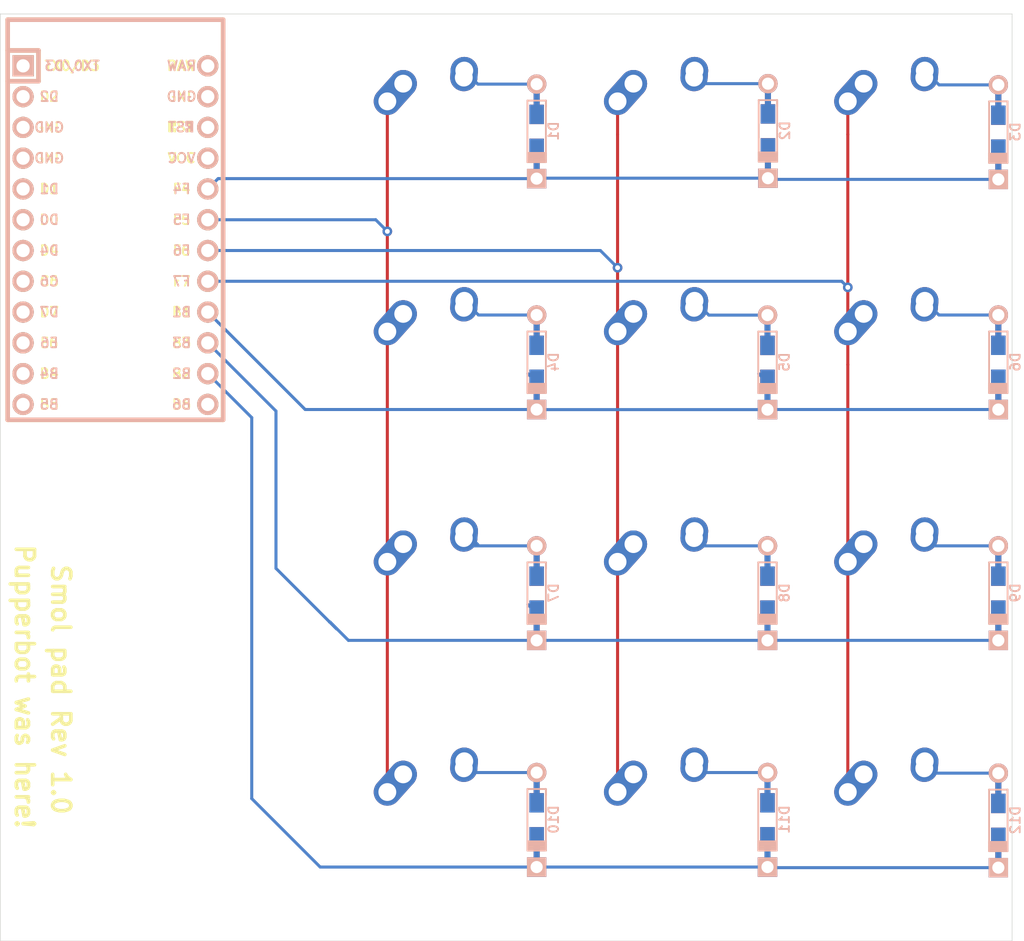
<source format=kicad_pcb>
(kicad_pcb (version 20171130) (host pcbnew "(5.1.4)-1")

  (general
    (thickness 1.6)
    (drawings 8)
    (tracks 100)
    (zones 0)
    (modules 25)
    (nets 37)
  )

  (page A4)
  (layers
    (0 F.Cu signal)
    (31 B.Cu signal)
    (32 B.Adhes user)
    (33 F.Adhes user)
    (34 B.Paste user)
    (35 F.Paste user)
    (36 B.SilkS user)
    (37 F.SilkS user)
    (38 B.Mask user)
    (39 F.Mask user)
    (40 Dwgs.User user)
    (41 Cmts.User user)
    (42 Eco1.User user)
    (43 Eco2.User user)
    (44 Edge.Cuts user)
    (45 Margin user)
    (46 B.CrtYd user)
    (47 F.CrtYd user)
    (48 B.Fab user)
    (49 F.Fab user)
  )

  (setup
    (last_trace_width 0.25)
    (trace_clearance 0.2)
    (zone_clearance 0.508)
    (zone_45_only no)
    (trace_min 0.2)
    (via_size 0.8)
    (via_drill 0.4)
    (via_min_size 0.4)
    (via_min_drill 0.3)
    (uvia_size 0.3)
    (uvia_drill 0.1)
    (uvias_allowed no)
    (uvia_min_size 0.2)
    (uvia_min_drill 0.1)
    (edge_width 0.05)
    (segment_width 0.2)
    (pcb_text_width 0.3)
    (pcb_text_size 1.5 1.5)
    (mod_edge_width 0.12)
    (mod_text_size 1 1)
    (mod_text_width 0.15)
    (pad_size 1.524 1.524)
    (pad_drill 0.762)
    (pad_to_mask_clearance 0.051)
    (solder_mask_min_width 0.25)
    (aux_axis_origin 0 0)
    (visible_elements 7FFFFFFF)
    (pcbplotparams
      (layerselection 0x010fc_ffffffff)
      (usegerberextensions false)
      (usegerberattributes false)
      (usegerberadvancedattributes false)
      (creategerberjobfile false)
      (excludeedgelayer true)
      (linewidth 0.100000)
      (plotframeref false)
      (viasonmask false)
      (mode 1)
      (useauxorigin false)
      (hpglpennumber 1)
      (hpglpenspeed 20)
      (hpglpendiameter 15.000000)
      (psnegative false)
      (psa4output false)
      (plotreference true)
      (plotvalue true)
      (plotinvisibletext false)
      (padsonsilk false)
      (subtractmaskfromsilk false)
      (outputformat 1)
      (mirror false)
      (drillshape 1)
      (scaleselection 1)
      (outputdirectory ""))
  )

  (net 0 "")
  (net 1 "Net-(D1-Pad2)")
  (net 2 ROW0)
  (net 3 "Net-(D2-Pad2)")
  (net 4 "Net-(D3-Pad2)")
  (net 5 ROW1)
  (net 6 "Net-(D4-Pad2)")
  (net 7 "Net-(D5-Pad2)")
  (net 8 "Net-(D6-Pad2)")
  (net 9 "Net-(D7-Pad2)")
  (net 10 ROW2)
  (net 11 "Net-(D8-Pad2)")
  (net 12 "Net-(D9-Pad2)")
  (net 13 ROW3)
  (net 14 "Net-(D10-Pad2)")
  (net 15 "Net-(D11-Pad2)")
  (net 16 "Net-(D12-Pad2)")
  (net 17 COL0)
  (net 18 COL1)
  (net 19 COL2)
  (net 20 "Net-(U1-Pad1)")
  (net 21 "Net-(U1-Pad2)")
  (net 22 "Net-(U1-Pad3)")
  (net 23 "Net-(U1-Pad4)")
  (net 24 "Net-(U1-Pad5)")
  (net 25 "Net-(U1-Pad6)")
  (net 26 "Net-(U1-Pad7)")
  (net 27 "Net-(U1-Pad8)")
  (net 28 "Net-(U1-Pad9)")
  (net 29 "Net-(U1-Pad10)")
  (net 30 "Net-(U1-Pad11)")
  (net 31 "Net-(U1-Pad13)")
  (net 32 "Net-(U1-Pad21)")
  (net 33 "Net-(U1-Pad22)")
  (net 34 "Net-(U1-Pad23)")
  (net 35 "Net-(U1-Pad12)")
  (net 36 "Net-(U1-Pad24)")

  (net_class Default "This is the default net class."
    (clearance 0.2)
    (trace_width 0.25)
    (via_dia 0.8)
    (via_drill 0.4)
    (uvia_dia 0.3)
    (uvia_drill 0.1)
    (add_net COL0)
    (add_net COL1)
    (add_net COL2)
    (add_net "Net-(D1-Pad2)")
    (add_net "Net-(D10-Pad2)")
    (add_net "Net-(D11-Pad2)")
    (add_net "Net-(D12-Pad2)")
    (add_net "Net-(D2-Pad2)")
    (add_net "Net-(D3-Pad2)")
    (add_net "Net-(D4-Pad2)")
    (add_net "Net-(D5-Pad2)")
    (add_net "Net-(D6-Pad2)")
    (add_net "Net-(D7-Pad2)")
    (add_net "Net-(D8-Pad2)")
    (add_net "Net-(D9-Pad2)")
    (add_net "Net-(U1-Pad1)")
    (add_net "Net-(U1-Pad10)")
    (add_net "Net-(U1-Pad11)")
    (add_net "Net-(U1-Pad12)")
    (add_net "Net-(U1-Pad13)")
    (add_net "Net-(U1-Pad2)")
    (add_net "Net-(U1-Pad21)")
    (add_net "Net-(U1-Pad22)")
    (add_net "Net-(U1-Pad23)")
    (add_net "Net-(U1-Pad24)")
    (add_net "Net-(U1-Pad3)")
    (add_net "Net-(U1-Pad4)")
    (add_net "Net-(U1-Pad5)")
    (add_net "Net-(U1-Pad6)")
    (add_net "Net-(U1-Pad7)")
    (add_net "Net-(U1-Pad8)")
    (add_net "Net-(U1-Pad9)")
    (add_net ROW0)
    (add_net ROW1)
    (add_net ROW2)
    (add_net ROW3)
  )

  (module MX_Alps_Hybrid:MX-1U-NoLED (layer F.Cu) (tedit 5A9F5203) (tstamp 5F41EC60)
    (at 155 98)
    (path /5F46756B)
    (fp_text reference MX7 (at 0 3.175) (layer Dwgs.User)
      (effects (font (size 1 1) (thickness 0.15)))
    )
    (fp_text value MX-NoLED (at 0 -7.9375) (layer Dwgs.User)
      (effects (font (size 1 1) (thickness 0.15)))
    )
    (fp_line (start 5 -7) (end 7 -7) (layer Dwgs.User) (width 0.15))
    (fp_line (start 7 -7) (end 7 -5) (layer Dwgs.User) (width 0.15))
    (fp_line (start 5 7) (end 7 7) (layer Dwgs.User) (width 0.15))
    (fp_line (start 7 7) (end 7 5) (layer Dwgs.User) (width 0.15))
    (fp_line (start -7 5) (end -7 7) (layer Dwgs.User) (width 0.15))
    (fp_line (start -7 7) (end -5 7) (layer Dwgs.User) (width 0.15))
    (fp_line (start -5 -7) (end -7 -7) (layer Dwgs.User) (width 0.15))
    (fp_line (start -7 -7) (end -7 -5) (layer Dwgs.User) (width 0.15))
    (fp_line (start -9.525 -9.525) (end 9.525 -9.525) (layer Dwgs.User) (width 0.15))
    (fp_line (start 9.525 -9.525) (end 9.525 9.525) (layer Dwgs.User) (width 0.15))
    (fp_line (start 9.525 9.525) (end -9.525 9.525) (layer Dwgs.User) (width 0.15))
    (fp_line (start -9.525 9.525) (end -9.525 -9.525) (layer Dwgs.User) (width 0.15))
    (pad 2 thru_hole oval (at 2.5 -4.5 86.0548) (size 2.831378 2.25) (drill 1.47 (offset 0.290689 0)) (layers *.Cu B.Mask)
      (net 9 "Net-(D7-Pad2)"))
    (pad 2 thru_hole circle (at 2.54 -5.08) (size 2.25 2.25) (drill 1.47) (layers *.Cu B.Mask)
      (net 9 "Net-(D7-Pad2)"))
    (pad 1 thru_hole oval (at -3.81 -2.54 48.0996) (size 4.211556 2.25) (drill 1.47 (offset 0.980778 0)) (layers *.Cu B.Mask)
      (net 17 COL0))
    (pad "" np_thru_hole circle (at 0 0) (size 3.9878 3.9878) (drill 3.9878) (layers *.Cu *.Mask))
    (pad 1 thru_hole circle (at -2.5 -4) (size 2.25 2.25) (drill 1.47) (layers *.Cu B.Mask)
      (net 17 COL0))
    (pad "" np_thru_hole circle (at -5.08 0 48.0996) (size 1.75 1.75) (drill 1.75) (layers *.Cu *.Mask))
    (pad "" np_thru_hole circle (at 5.08 0 48.0996) (size 1.75 1.75) (drill 1.75) (layers *.Cu *.Mask))
  )

  (module MX_Alps_Hybrid:MX-1U-NoLED (layer F.Cu) (tedit 5A9F5203) (tstamp 5F41E103)
    (at 155 117)
    (path /5F4686CC)
    (fp_text reference MX10 (at 0 3.175) (layer Dwgs.User)
      (effects (font (size 1 1) (thickness 0.15)))
    )
    (fp_text value MX-NoLED (at 0 -7.9375) (layer Dwgs.User)
      (effects (font (size 1 1) (thickness 0.15)))
    )
    (fp_line (start -9.525 9.525) (end -9.525 -9.525) (layer Dwgs.User) (width 0.15))
    (fp_line (start 9.525 9.525) (end -9.525 9.525) (layer Dwgs.User) (width 0.15))
    (fp_line (start 9.525 -9.525) (end 9.525 9.525) (layer Dwgs.User) (width 0.15))
    (fp_line (start -9.525 -9.525) (end 9.525 -9.525) (layer Dwgs.User) (width 0.15))
    (fp_line (start -7 -7) (end -7 -5) (layer Dwgs.User) (width 0.15))
    (fp_line (start -5 -7) (end -7 -7) (layer Dwgs.User) (width 0.15))
    (fp_line (start -7 7) (end -5 7) (layer Dwgs.User) (width 0.15))
    (fp_line (start -7 5) (end -7 7) (layer Dwgs.User) (width 0.15))
    (fp_line (start 7 7) (end 7 5) (layer Dwgs.User) (width 0.15))
    (fp_line (start 5 7) (end 7 7) (layer Dwgs.User) (width 0.15))
    (fp_line (start 7 -7) (end 7 -5) (layer Dwgs.User) (width 0.15))
    (fp_line (start 5 -7) (end 7 -7) (layer Dwgs.User) (width 0.15))
    (pad "" np_thru_hole circle (at 5.08 0 48.0996) (size 1.75 1.75) (drill 1.75) (layers *.Cu *.Mask))
    (pad "" np_thru_hole circle (at -5.08 0 48.0996) (size 1.75 1.75) (drill 1.75) (layers *.Cu *.Mask))
    (pad 1 thru_hole circle (at -2.5 -4) (size 2.25 2.25) (drill 1.47) (layers *.Cu B.Mask)
      (net 17 COL0))
    (pad "" np_thru_hole circle (at 0 0) (size 3.9878 3.9878) (drill 3.9878) (layers *.Cu *.Mask))
    (pad 1 thru_hole oval (at -3.81 -2.54 48.0996) (size 4.211556 2.25) (drill 1.47 (offset 0.980778 0)) (layers *.Cu B.Mask)
      (net 17 COL0))
    (pad 2 thru_hole circle (at 2.54 -5.08) (size 2.25 2.25) (drill 1.47) (layers *.Cu B.Mask)
      (net 14 "Net-(D10-Pad2)"))
    (pad 2 thru_hole oval (at 2.5 -4.5 86.0548) (size 2.831378 2.25) (drill 1.47 (offset 0.290689 0)) (layers *.Cu B.Mask)
      (net 14 "Net-(D10-Pad2)"))
  )

  (module MX_Alps_Hybrid:MX-1U-NoLED (layer F.Cu) (tedit 5A9F5203) (tstamp 5F41E0A7)
    (at 193 79)
    (path /5F462B28)
    (fp_text reference MX6 (at 0 3.175) (layer Dwgs.User)
      (effects (font (size 1 1) (thickness 0.15)))
    )
    (fp_text value MX-NoLED (at 0 -7.9375) (layer Dwgs.User)
      (effects (font (size 1 1) (thickness 0.15)))
    )
    (fp_line (start 5 -7) (end 7 -7) (layer Dwgs.User) (width 0.15))
    (fp_line (start 7 -7) (end 7 -5) (layer Dwgs.User) (width 0.15))
    (fp_line (start 5 7) (end 7 7) (layer Dwgs.User) (width 0.15))
    (fp_line (start 7 7) (end 7 5) (layer Dwgs.User) (width 0.15))
    (fp_line (start -7 5) (end -7 7) (layer Dwgs.User) (width 0.15))
    (fp_line (start -7 7) (end -5 7) (layer Dwgs.User) (width 0.15))
    (fp_line (start -5 -7) (end -7 -7) (layer Dwgs.User) (width 0.15))
    (fp_line (start -7 -7) (end -7 -5) (layer Dwgs.User) (width 0.15))
    (fp_line (start -9.525 -9.525) (end 9.525 -9.525) (layer Dwgs.User) (width 0.15))
    (fp_line (start 9.525 -9.525) (end 9.525 9.525) (layer Dwgs.User) (width 0.15))
    (fp_line (start 9.525 9.525) (end -9.525 9.525) (layer Dwgs.User) (width 0.15))
    (fp_line (start -9.525 9.525) (end -9.525 -9.525) (layer Dwgs.User) (width 0.15))
    (pad 2 thru_hole oval (at 2.5 -4.5 86.0548) (size 2.831378 2.25) (drill 1.47 (offset 0.290689 0)) (layers *.Cu B.Mask)
      (net 8 "Net-(D6-Pad2)"))
    (pad 2 thru_hole circle (at 2.54 -5.08) (size 2.25 2.25) (drill 1.47) (layers *.Cu B.Mask)
      (net 8 "Net-(D6-Pad2)"))
    (pad 1 thru_hole oval (at -3.81 -2.54 48.0996) (size 4.211556 2.25) (drill 1.47 (offset 0.980778 0)) (layers *.Cu B.Mask)
      (net 19 COL2))
    (pad "" np_thru_hole circle (at 0 0) (size 3.9878 3.9878) (drill 3.9878) (layers *.Cu *.Mask))
    (pad 1 thru_hole circle (at -2.5 -4) (size 2.25 2.25) (drill 1.47) (layers *.Cu B.Mask)
      (net 19 COL2))
    (pad "" np_thru_hole circle (at -5.08 0 48.0996) (size 1.75 1.75) (drill 1.75) (layers *.Cu *.Mask))
    (pad "" np_thru_hole circle (at 5.08 0 48.0996) (size 1.75 1.75) (drill 1.75) (layers *.Cu *.Mask))
  )

  (module MX_Alps_Hybrid:MX-1U-NoLED (layer F.Cu) (tedit 5A9F5203) (tstamp 5F41E0D5)
    (at 174 98)
    (path /5F467A03)
    (fp_text reference MX8 (at 0 3.175) (layer Dwgs.User)
      (effects (font (size 1 1) (thickness 0.15)))
    )
    (fp_text value MX-NoLED (at 0 -7.9375) (layer Dwgs.User)
      (effects (font (size 1 1) (thickness 0.15)))
    )
    (fp_line (start -9.525 9.525) (end -9.525 -9.525) (layer Dwgs.User) (width 0.15))
    (fp_line (start 9.525 9.525) (end -9.525 9.525) (layer Dwgs.User) (width 0.15))
    (fp_line (start 9.525 -9.525) (end 9.525 9.525) (layer Dwgs.User) (width 0.15))
    (fp_line (start -9.525 -9.525) (end 9.525 -9.525) (layer Dwgs.User) (width 0.15))
    (fp_line (start -7 -7) (end -7 -5) (layer Dwgs.User) (width 0.15))
    (fp_line (start -5 -7) (end -7 -7) (layer Dwgs.User) (width 0.15))
    (fp_line (start -7 7) (end -5 7) (layer Dwgs.User) (width 0.15))
    (fp_line (start -7 5) (end -7 7) (layer Dwgs.User) (width 0.15))
    (fp_line (start 7 7) (end 7 5) (layer Dwgs.User) (width 0.15))
    (fp_line (start 5 7) (end 7 7) (layer Dwgs.User) (width 0.15))
    (fp_line (start 7 -7) (end 7 -5) (layer Dwgs.User) (width 0.15))
    (fp_line (start 5 -7) (end 7 -7) (layer Dwgs.User) (width 0.15))
    (pad "" np_thru_hole circle (at 5.08 0 48.0996) (size 1.75 1.75) (drill 1.75) (layers *.Cu *.Mask))
    (pad "" np_thru_hole circle (at -5.08 0 48.0996) (size 1.75 1.75) (drill 1.75) (layers *.Cu *.Mask))
    (pad 1 thru_hole circle (at -2.5 -4) (size 2.25 2.25) (drill 1.47) (layers *.Cu B.Mask)
      (net 18 COL1))
    (pad "" np_thru_hole circle (at 0 0) (size 3.9878 3.9878) (drill 3.9878) (layers *.Cu *.Mask))
    (pad 1 thru_hole oval (at -3.81 -2.54 48.0996) (size 4.211556 2.25) (drill 1.47 (offset 0.980778 0)) (layers *.Cu B.Mask)
      (net 18 COL1))
    (pad 2 thru_hole circle (at 2.54 -5.08) (size 2.25 2.25) (drill 1.47) (layers *.Cu B.Mask)
      (net 11 "Net-(D8-Pad2)"))
    (pad 2 thru_hole oval (at 2.5 -4.5 86.0548) (size 2.831378 2.25) (drill 1.47 (offset 0.290689 0)) (layers *.Cu B.Mask)
      (net 11 "Net-(D8-Pad2)"))
  )

  (module MX_Alps_Hybrid:MX-1U-NoLED (layer F.Cu) (tedit 5A9F5203) (tstamp 5F41E11A)
    (at 174 117)
    (path /5F468B23)
    (fp_text reference MX11 (at 0 3.175) (layer Dwgs.User)
      (effects (font (size 1 1) (thickness 0.15)))
    )
    (fp_text value MX-NoLED (at 0 -7.9375) (layer Dwgs.User)
      (effects (font (size 1 1) (thickness 0.15)))
    )
    (fp_line (start 5 -7) (end 7 -7) (layer Dwgs.User) (width 0.15))
    (fp_line (start 7 -7) (end 7 -5) (layer Dwgs.User) (width 0.15))
    (fp_line (start 5 7) (end 7 7) (layer Dwgs.User) (width 0.15))
    (fp_line (start 7 7) (end 7 5) (layer Dwgs.User) (width 0.15))
    (fp_line (start -7 5) (end -7 7) (layer Dwgs.User) (width 0.15))
    (fp_line (start -7 7) (end -5 7) (layer Dwgs.User) (width 0.15))
    (fp_line (start -5 -7) (end -7 -7) (layer Dwgs.User) (width 0.15))
    (fp_line (start -7 -7) (end -7 -5) (layer Dwgs.User) (width 0.15))
    (fp_line (start -9.525 -9.525) (end 9.525 -9.525) (layer Dwgs.User) (width 0.15))
    (fp_line (start 9.525 -9.525) (end 9.525 9.525) (layer Dwgs.User) (width 0.15))
    (fp_line (start 9.525 9.525) (end -9.525 9.525) (layer Dwgs.User) (width 0.15))
    (fp_line (start -9.525 9.525) (end -9.525 -9.525) (layer Dwgs.User) (width 0.15))
    (pad 2 thru_hole oval (at 2.5 -4.5 86.0548) (size 2.831378 2.25) (drill 1.47 (offset 0.290689 0)) (layers *.Cu B.Mask)
      (net 15 "Net-(D11-Pad2)"))
    (pad 2 thru_hole circle (at 2.54 -5.08) (size 2.25 2.25) (drill 1.47) (layers *.Cu B.Mask)
      (net 15 "Net-(D11-Pad2)"))
    (pad 1 thru_hole oval (at -3.81 -2.54 48.0996) (size 4.211556 2.25) (drill 1.47 (offset 0.980778 0)) (layers *.Cu B.Mask)
      (net 18 COL1))
    (pad "" np_thru_hole circle (at 0 0) (size 3.9878 3.9878) (drill 3.9878) (layers *.Cu *.Mask))
    (pad 1 thru_hole circle (at -2.5 -4) (size 2.25 2.25) (drill 1.47) (layers *.Cu B.Mask)
      (net 18 COL1))
    (pad "" np_thru_hole circle (at -5.08 0 48.0996) (size 1.75 1.75) (drill 1.75) (layers *.Cu *.Mask))
    (pad "" np_thru_hole circle (at 5.08 0 48.0996) (size 1.75 1.75) (drill 1.75) (layers *.Cu *.Mask))
  )

  (module MX_Alps_Hybrid:MX-1U-NoLED (layer F.Cu) (tedit 5A9F5203) (tstamp 5F41E04B)
    (at 174 60)
    (path /5F461EA1)
    (fp_text reference MX2 (at 0 3.175) (layer Dwgs.User)
      (effects (font (size 1 1) (thickness 0.15)))
    )
    (fp_text value MX-NoLED (at 0 -7.9375) (layer Dwgs.User)
      (effects (font (size 1 1) (thickness 0.15)))
    )
    (fp_line (start 5 -7) (end 7 -7) (layer Dwgs.User) (width 0.15))
    (fp_line (start 7 -7) (end 7 -5) (layer Dwgs.User) (width 0.15))
    (fp_line (start 5 7) (end 7 7) (layer Dwgs.User) (width 0.15))
    (fp_line (start 7 7) (end 7 5) (layer Dwgs.User) (width 0.15))
    (fp_line (start -7 5) (end -7 7) (layer Dwgs.User) (width 0.15))
    (fp_line (start -7 7) (end -5 7) (layer Dwgs.User) (width 0.15))
    (fp_line (start -5 -7) (end -7 -7) (layer Dwgs.User) (width 0.15))
    (fp_line (start -7 -7) (end -7 -5) (layer Dwgs.User) (width 0.15))
    (fp_line (start -9.525 -9.525) (end 9.525 -9.525) (layer Dwgs.User) (width 0.15))
    (fp_line (start 9.525 -9.525) (end 9.525 9.525) (layer Dwgs.User) (width 0.15))
    (fp_line (start 9.525 9.525) (end -9.525 9.525) (layer Dwgs.User) (width 0.15))
    (fp_line (start -9.525 9.525) (end -9.525 -9.525) (layer Dwgs.User) (width 0.15))
    (pad 2 thru_hole oval (at 2.5 -4.5 86.0548) (size 2.831378 2.25) (drill 1.47 (offset 0.290689 0)) (layers *.Cu B.Mask)
      (net 3 "Net-(D2-Pad2)"))
    (pad 2 thru_hole circle (at 2.54 -5.08) (size 2.25 2.25) (drill 1.47) (layers *.Cu B.Mask)
      (net 3 "Net-(D2-Pad2)"))
    (pad 1 thru_hole oval (at -3.81 -2.54 48.0996) (size 4.211556 2.25) (drill 1.47 (offset 0.980778 0)) (layers *.Cu B.Mask)
      (net 18 COL1))
    (pad "" np_thru_hole circle (at 0 0) (size 3.9878 3.9878) (drill 3.9878) (layers *.Cu *.Mask))
    (pad 1 thru_hole circle (at -2.5 -4) (size 2.25 2.25) (drill 1.47) (layers *.Cu B.Mask)
      (net 18 COL1))
    (pad "" np_thru_hole circle (at -5.08 0 48.0996) (size 1.75 1.75) (drill 1.75) (layers *.Cu *.Mask))
    (pad "" np_thru_hole circle (at 5.08 0 48.0996) (size 1.75 1.75) (drill 1.75) (layers *.Cu *.Mask))
  )

  (module MX_Alps_Hybrid:MX-1U-NoLED (layer F.Cu) (tedit 5A9F5203) (tstamp 5F41E079)
    (at 155 79)
    (path /5F4637DC)
    (fp_text reference MX4 (at 0 3.175) (layer Dwgs.User)
      (effects (font (size 1 1) (thickness 0.15)))
    )
    (fp_text value MX-NoLED (at 0 -7.9375) (layer Dwgs.User)
      (effects (font (size 1 1) (thickness 0.15)))
    )
    (fp_line (start -9.525 9.525) (end -9.525 -9.525) (layer Dwgs.User) (width 0.15))
    (fp_line (start 9.525 9.525) (end -9.525 9.525) (layer Dwgs.User) (width 0.15))
    (fp_line (start 9.525 -9.525) (end 9.525 9.525) (layer Dwgs.User) (width 0.15))
    (fp_line (start -9.525 -9.525) (end 9.525 -9.525) (layer Dwgs.User) (width 0.15))
    (fp_line (start -7 -7) (end -7 -5) (layer Dwgs.User) (width 0.15))
    (fp_line (start -5 -7) (end -7 -7) (layer Dwgs.User) (width 0.15))
    (fp_line (start -7 7) (end -5 7) (layer Dwgs.User) (width 0.15))
    (fp_line (start -7 5) (end -7 7) (layer Dwgs.User) (width 0.15))
    (fp_line (start 7 7) (end 7 5) (layer Dwgs.User) (width 0.15))
    (fp_line (start 5 7) (end 7 7) (layer Dwgs.User) (width 0.15))
    (fp_line (start 7 -7) (end 7 -5) (layer Dwgs.User) (width 0.15))
    (fp_line (start 5 -7) (end 7 -7) (layer Dwgs.User) (width 0.15))
    (pad "" np_thru_hole circle (at 5.08 0 48.0996) (size 1.75 1.75) (drill 1.75) (layers *.Cu *.Mask))
    (pad "" np_thru_hole circle (at -5.08 0 48.0996) (size 1.75 1.75) (drill 1.75) (layers *.Cu *.Mask))
    (pad 1 thru_hole circle (at -2.5 -4) (size 2.25 2.25) (drill 1.47) (layers *.Cu B.Mask)
      (net 17 COL0))
    (pad "" np_thru_hole circle (at 0 0) (size 3.9878 3.9878) (drill 3.9878) (layers *.Cu *.Mask))
    (pad 1 thru_hole oval (at -3.81 -2.54 48.0996) (size 4.211556 2.25) (drill 1.47 (offset 0.980778 0)) (layers *.Cu B.Mask)
      (net 17 COL0))
    (pad 2 thru_hole circle (at 2.54 -5.08) (size 2.25 2.25) (drill 1.47) (layers *.Cu B.Mask)
      (net 6 "Net-(D4-Pad2)"))
    (pad 2 thru_hole oval (at 2.5 -4.5 86.0548) (size 2.831378 2.25) (drill 1.47 (offset 0.290689 0)) (layers *.Cu B.Mask)
      (net 6 "Net-(D4-Pad2)"))
  )

  (module MX_Alps_Hybrid:MX-1U-NoLED (layer F.Cu) (tedit 5A9F5203) (tstamp 5F41E034)
    (at 155 60)
    (path /5F45FE68)
    (fp_text reference MX1 (at 0 3.175) (layer Dwgs.User)
      (effects (font (size 1 1) (thickness 0.15)))
    )
    (fp_text value MX-NoLED (at 0 -7.9375) (layer Dwgs.User)
      (effects (font (size 1 1) (thickness 0.15)))
    )
    (fp_line (start 5 -7) (end 7 -7) (layer Dwgs.User) (width 0.15))
    (fp_line (start 7 -7) (end 7 -5) (layer Dwgs.User) (width 0.15))
    (fp_line (start 5 7) (end 7 7) (layer Dwgs.User) (width 0.15))
    (fp_line (start 7 7) (end 7 5) (layer Dwgs.User) (width 0.15))
    (fp_line (start -7 5) (end -7 7) (layer Dwgs.User) (width 0.15))
    (fp_line (start -7 7) (end -5 7) (layer Dwgs.User) (width 0.15))
    (fp_line (start -5 -7) (end -7 -7) (layer Dwgs.User) (width 0.15))
    (fp_line (start -7 -7) (end -7 -5) (layer Dwgs.User) (width 0.15))
    (fp_line (start -9.525 -9.525) (end 9.525 -9.525) (layer Dwgs.User) (width 0.15))
    (fp_line (start 9.525 -9.525) (end 9.525 9.525) (layer Dwgs.User) (width 0.15))
    (fp_line (start 9.525 9.525) (end -9.525 9.525) (layer Dwgs.User) (width 0.15))
    (fp_line (start -9.525 9.525) (end -9.525 -9.525) (layer Dwgs.User) (width 0.15))
    (pad 2 thru_hole oval (at 2.5 -4.5 86.0548) (size 2.831378 2.25) (drill 1.47 (offset 0.290689 0)) (layers *.Cu B.Mask)
      (net 1 "Net-(D1-Pad2)"))
    (pad 2 thru_hole circle (at 2.54 -5.08) (size 2.25 2.25) (drill 1.47) (layers *.Cu B.Mask)
      (net 1 "Net-(D1-Pad2)"))
    (pad 1 thru_hole oval (at -3.81 -2.54 48.0996) (size 4.211556 2.25) (drill 1.47 (offset 0.980778 0)) (layers *.Cu B.Mask)
      (net 17 COL0))
    (pad "" np_thru_hole circle (at 0 0) (size 3.9878 3.9878) (drill 3.9878) (layers *.Cu *.Mask))
    (pad 1 thru_hole circle (at -2.5 -4) (size 2.25 2.25) (drill 1.47) (layers *.Cu B.Mask)
      (net 17 COL0))
    (pad "" np_thru_hole circle (at -5.08 0 48.0996) (size 1.75 1.75) (drill 1.75) (layers *.Cu *.Mask))
    (pad "" np_thru_hole circle (at 5.08 0 48.0996) (size 1.75 1.75) (drill 1.75) (layers *.Cu *.Mask))
  )

  (module MX_Alps_Hybrid:MX-1U-NoLED (layer F.Cu) (tedit 5A9F5203) (tstamp 5F41E062)
    (at 193 60)
    (path /5F46249C)
    (fp_text reference MX3 (at 0 3.175) (layer Dwgs.User)
      (effects (font (size 1 1) (thickness 0.15)))
    )
    (fp_text value MX-NoLED (at 0 -7.9375) (layer Dwgs.User)
      (effects (font (size 1 1) (thickness 0.15)))
    )
    (fp_line (start -9.525 9.525) (end -9.525 -9.525) (layer Dwgs.User) (width 0.15))
    (fp_line (start 9.525 9.525) (end -9.525 9.525) (layer Dwgs.User) (width 0.15))
    (fp_line (start 9.525 -9.525) (end 9.525 9.525) (layer Dwgs.User) (width 0.15))
    (fp_line (start -9.525 -9.525) (end 9.525 -9.525) (layer Dwgs.User) (width 0.15))
    (fp_line (start -7 -7) (end -7 -5) (layer Dwgs.User) (width 0.15))
    (fp_line (start -5 -7) (end -7 -7) (layer Dwgs.User) (width 0.15))
    (fp_line (start -7 7) (end -5 7) (layer Dwgs.User) (width 0.15))
    (fp_line (start -7 5) (end -7 7) (layer Dwgs.User) (width 0.15))
    (fp_line (start 7 7) (end 7 5) (layer Dwgs.User) (width 0.15))
    (fp_line (start 5 7) (end 7 7) (layer Dwgs.User) (width 0.15))
    (fp_line (start 7 -7) (end 7 -5) (layer Dwgs.User) (width 0.15))
    (fp_line (start 5 -7) (end 7 -7) (layer Dwgs.User) (width 0.15))
    (pad "" np_thru_hole circle (at 5.08 0 48.0996) (size 1.75 1.75) (drill 1.75) (layers *.Cu *.Mask))
    (pad "" np_thru_hole circle (at -5.08 0 48.0996) (size 1.75 1.75) (drill 1.75) (layers *.Cu *.Mask))
    (pad 1 thru_hole circle (at -2.5 -4) (size 2.25 2.25) (drill 1.47) (layers *.Cu B.Mask)
      (net 19 COL2))
    (pad "" np_thru_hole circle (at 0 0) (size 3.9878 3.9878) (drill 3.9878) (layers *.Cu *.Mask))
    (pad 1 thru_hole oval (at -3.81 -2.54 48.0996) (size 4.211556 2.25) (drill 1.47 (offset 0.980778 0)) (layers *.Cu B.Mask)
      (net 19 COL2))
    (pad 2 thru_hole circle (at 2.54 -5.08) (size 2.25 2.25) (drill 1.47) (layers *.Cu B.Mask)
      (net 4 "Net-(D3-Pad2)"))
    (pad 2 thru_hole oval (at 2.5 -4.5 86.0548) (size 2.831378 2.25) (drill 1.47 (offset 0.290689 0)) (layers *.Cu B.Mask)
      (net 4 "Net-(D3-Pad2)"))
  )

  (module MX_Alps_Hybrid:MX-1U-NoLED (layer F.Cu) (tedit 5A9F5203) (tstamp 5F41E090)
    (at 174 79)
    (path /5F46338A)
    (fp_text reference MX5 (at 0 3.175) (layer Dwgs.User)
      (effects (font (size 1 1) (thickness 0.15)))
    )
    (fp_text value MX-NoLED (at 0 -7.9375) (layer Dwgs.User)
      (effects (font (size 1 1) (thickness 0.15)))
    )
    (fp_line (start -9.525 9.525) (end -9.525 -9.525) (layer Dwgs.User) (width 0.15))
    (fp_line (start 9.525 9.525) (end -9.525 9.525) (layer Dwgs.User) (width 0.15))
    (fp_line (start 9.525 -9.525) (end 9.525 9.525) (layer Dwgs.User) (width 0.15))
    (fp_line (start -9.525 -9.525) (end 9.525 -9.525) (layer Dwgs.User) (width 0.15))
    (fp_line (start -7 -7) (end -7 -5) (layer Dwgs.User) (width 0.15))
    (fp_line (start -5 -7) (end -7 -7) (layer Dwgs.User) (width 0.15))
    (fp_line (start -7 7) (end -5 7) (layer Dwgs.User) (width 0.15))
    (fp_line (start -7 5) (end -7 7) (layer Dwgs.User) (width 0.15))
    (fp_line (start 7 7) (end 7 5) (layer Dwgs.User) (width 0.15))
    (fp_line (start 5 7) (end 7 7) (layer Dwgs.User) (width 0.15))
    (fp_line (start 7 -7) (end 7 -5) (layer Dwgs.User) (width 0.15))
    (fp_line (start 5 -7) (end 7 -7) (layer Dwgs.User) (width 0.15))
    (pad "" np_thru_hole circle (at 5.08 0 48.0996) (size 1.75 1.75) (drill 1.75) (layers *.Cu *.Mask))
    (pad "" np_thru_hole circle (at -5.08 0 48.0996) (size 1.75 1.75) (drill 1.75) (layers *.Cu *.Mask))
    (pad 1 thru_hole circle (at -2.5 -4) (size 2.25 2.25) (drill 1.47) (layers *.Cu B.Mask)
      (net 18 COL1))
    (pad "" np_thru_hole circle (at 0 0) (size 3.9878 3.9878) (drill 3.9878) (layers *.Cu *.Mask))
    (pad 1 thru_hole oval (at -3.81 -2.54 48.0996) (size 4.211556 2.25) (drill 1.47 (offset 0.980778 0)) (layers *.Cu B.Mask)
      (net 18 COL1))
    (pad 2 thru_hole circle (at 2.54 -5.08) (size 2.25 2.25) (drill 1.47) (layers *.Cu B.Mask)
      (net 7 "Net-(D5-Pad2)"))
    (pad 2 thru_hole oval (at 2.5 -4.5 86.0548) (size 2.831378 2.25) (drill 1.47 (offset 0.290689 0)) (layers *.Cu B.Mask)
      (net 7 "Net-(D5-Pad2)"))
  )

  (module MX_Alps_Hybrid:MX-1U-NoLED (layer F.Cu) (tedit 5A9F5203) (tstamp 5F41E0EC)
    (at 193 98)
    (path /5F4680F8)
    (fp_text reference MX9 (at 0 3.175) (layer Dwgs.User)
      (effects (font (size 1 1) (thickness 0.15)))
    )
    (fp_text value MX-NoLED (at 0 -7.9375) (layer Dwgs.User)
      (effects (font (size 1 1) (thickness 0.15)))
    )
    (fp_line (start 5 -7) (end 7 -7) (layer Dwgs.User) (width 0.15))
    (fp_line (start 7 -7) (end 7 -5) (layer Dwgs.User) (width 0.15))
    (fp_line (start 5 7) (end 7 7) (layer Dwgs.User) (width 0.15))
    (fp_line (start 7 7) (end 7 5) (layer Dwgs.User) (width 0.15))
    (fp_line (start -7 5) (end -7 7) (layer Dwgs.User) (width 0.15))
    (fp_line (start -7 7) (end -5 7) (layer Dwgs.User) (width 0.15))
    (fp_line (start -5 -7) (end -7 -7) (layer Dwgs.User) (width 0.15))
    (fp_line (start -7 -7) (end -7 -5) (layer Dwgs.User) (width 0.15))
    (fp_line (start -9.525 -9.525) (end 9.525 -9.525) (layer Dwgs.User) (width 0.15))
    (fp_line (start 9.525 -9.525) (end 9.525 9.525) (layer Dwgs.User) (width 0.15))
    (fp_line (start 9.525 9.525) (end -9.525 9.525) (layer Dwgs.User) (width 0.15))
    (fp_line (start -9.525 9.525) (end -9.525 -9.525) (layer Dwgs.User) (width 0.15))
    (pad 2 thru_hole oval (at 2.5 -4.5 86.0548) (size 2.831378 2.25) (drill 1.47 (offset 0.290689 0)) (layers *.Cu B.Mask)
      (net 12 "Net-(D9-Pad2)"))
    (pad 2 thru_hole circle (at 2.54 -5.08) (size 2.25 2.25) (drill 1.47) (layers *.Cu B.Mask)
      (net 12 "Net-(D9-Pad2)"))
    (pad 1 thru_hole oval (at -3.81 -2.54 48.0996) (size 4.211556 2.25) (drill 1.47 (offset 0.980778 0)) (layers *.Cu B.Mask)
      (net 19 COL2))
    (pad "" np_thru_hole circle (at 0 0) (size 3.9878 3.9878) (drill 3.9878) (layers *.Cu *.Mask))
    (pad 1 thru_hole circle (at -2.5 -4) (size 2.25 2.25) (drill 1.47) (layers *.Cu B.Mask)
      (net 19 COL2))
    (pad "" np_thru_hole circle (at -5.08 0 48.0996) (size 1.75 1.75) (drill 1.75) (layers *.Cu *.Mask))
    (pad "" np_thru_hole circle (at 5.08 0 48.0996) (size 1.75 1.75) (drill 1.75) (layers *.Cu *.Mask))
  )

  (module MX_Alps_Hybrid:MX-1U-NoLED (layer F.Cu) (tedit 5A9F5203) (tstamp 5F41E131)
    (at 193 117)
    (path /5F468E67)
    (fp_text reference MX12 (at 0 3.175) (layer Dwgs.User)
      (effects (font (size 1 1) (thickness 0.15)))
    )
    (fp_text value MX-NoLED (at 0 -7.9375) (layer Dwgs.User)
      (effects (font (size 1 1) (thickness 0.15)))
    )
    (fp_line (start -9.525 9.525) (end -9.525 -9.525) (layer Dwgs.User) (width 0.15))
    (fp_line (start 9.525 9.525) (end -9.525 9.525) (layer Dwgs.User) (width 0.15))
    (fp_line (start 9.525 -9.525) (end 9.525 9.525) (layer Dwgs.User) (width 0.15))
    (fp_line (start -9.525 -9.525) (end 9.525 -9.525) (layer Dwgs.User) (width 0.15))
    (fp_line (start -7 -7) (end -7 -5) (layer Dwgs.User) (width 0.15))
    (fp_line (start -5 -7) (end -7 -7) (layer Dwgs.User) (width 0.15))
    (fp_line (start -7 7) (end -5 7) (layer Dwgs.User) (width 0.15))
    (fp_line (start -7 5) (end -7 7) (layer Dwgs.User) (width 0.15))
    (fp_line (start 7 7) (end 7 5) (layer Dwgs.User) (width 0.15))
    (fp_line (start 5 7) (end 7 7) (layer Dwgs.User) (width 0.15))
    (fp_line (start 7 -7) (end 7 -5) (layer Dwgs.User) (width 0.15))
    (fp_line (start 5 -7) (end 7 -7) (layer Dwgs.User) (width 0.15))
    (pad "" np_thru_hole circle (at 5.08 0 48.0996) (size 1.75 1.75) (drill 1.75) (layers *.Cu *.Mask))
    (pad "" np_thru_hole circle (at -5.08 0 48.0996) (size 1.75 1.75) (drill 1.75) (layers *.Cu *.Mask))
    (pad 1 thru_hole circle (at -2.5 -4) (size 2.25 2.25) (drill 1.47) (layers *.Cu B.Mask)
      (net 19 COL2))
    (pad "" np_thru_hole circle (at 0 0) (size 3.9878 3.9878) (drill 3.9878) (layers *.Cu *.Mask))
    (pad 1 thru_hole oval (at -3.81 -2.54 48.0996) (size 4.211556 2.25) (drill 1.47 (offset 0.980778 0)) (layers *.Cu B.Mask)
      (net 19 COL2))
    (pad 2 thru_hole circle (at 2.54 -5.08) (size 2.25 2.25) (drill 1.47) (layers *.Cu B.Mask)
      (net 16 "Net-(D12-Pad2)"))
    (pad 2 thru_hole oval (at 2.5 -4.5 86.0548) (size 2.831378 2.25) (drill 1.47 (offset 0.290689 0)) (layers *.Cu B.Mask)
      (net 16 "Net-(D12-Pad2)"))
  )

  (module Keebio-Parts:ArduinoProMicro (layer F.Cu) (tedit 5B307E4C) (tstamp 5F41E19B)
    (at 128.75 68.5 270)
    (path /5F45DD95)
    (fp_text reference U1 (at 0 1.625 90) (layer F.SilkS) hide
      (effects (font (size 1.27 1.524) (thickness 0.2032)))
    )
    (fp_text value ProMicro (at 0 0 90) (layer F.SilkS) hide
      (effects (font (size 1.27 1.524) (thickness 0.2032)))
    )
    (fp_line (start -12.7 6.35) (end -12.7 8.89) (layer B.SilkS) (width 0.381))
    (fp_line (start -15.24 6.35) (end -12.7 6.35) (layer B.SilkS) (width 0.381))
    (fp_text user D2 (at -11.43 5.461) (layer B.SilkS)
      (effects (font (size 0.8 0.8) (thickness 0.15)) (justify mirror))
    )
    (fp_text user D0 (at -1.27 5.461) (layer B.SilkS)
      (effects (font (size 0.8 0.8) (thickness 0.15)) (justify mirror))
    )
    (fp_text user D1 (at -3.81 5.461) (layer B.SilkS)
      (effects (font (size 0.8 0.8) (thickness 0.15)) (justify mirror))
    )
    (fp_text user GND (at -6.35 5.461) (layer B.SilkS)
      (effects (font (size 0.8 0.8) (thickness 0.15)) (justify mirror))
    )
    (fp_text user GND (at -8.89 5.461) (layer B.SilkS)
      (effects (font (size 0.8 0.8) (thickness 0.15)) (justify mirror))
    )
    (fp_text user D4 (at 1.27 5.461) (layer B.SilkS)
      (effects (font (size 0.8 0.8) (thickness 0.15)) (justify mirror))
    )
    (fp_text user C6 (at 3.81 5.461) (layer B.SilkS)
      (effects (font (size 0.8 0.8) (thickness 0.15)) (justify mirror))
    )
    (fp_text user D7 (at 6.35 5.461) (layer B.SilkS)
      (effects (font (size 0.8 0.8) (thickness 0.15)) (justify mirror))
    )
    (fp_text user E6 (at 8.89 5.461) (layer B.SilkS)
      (effects (font (size 0.8 0.8) (thickness 0.15)) (justify mirror))
    )
    (fp_text user B4 (at 11.43 5.461) (layer B.SilkS)
      (effects (font (size 0.8 0.8) (thickness 0.15)) (justify mirror))
    )
    (fp_text user B5 (at 13.97 5.461) (layer B.SilkS)
      (effects (font (size 0.8 0.8) (thickness 0.15)) (justify mirror))
    )
    (fp_text user B6 (at 13.97 -5.461) (layer B.SilkS)
      (effects (font (size 0.8 0.8) (thickness 0.15)) (justify mirror))
    )
    (fp_text user B2 (at 11.43 -5.461) (layer F.SilkS)
      (effects (font (size 0.8 0.8) (thickness 0.15)))
    )
    (fp_text user B3 (at 8.89 -5.461) (layer B.SilkS)
      (effects (font (size 0.8 0.8) (thickness 0.15)) (justify mirror))
    )
    (fp_text user B1 (at 6.35 -5.461) (layer B.SilkS)
      (effects (font (size 0.8 0.8) (thickness 0.15)) (justify mirror))
    )
    (fp_text user F7 (at 3.81 -5.461) (layer F.SilkS)
      (effects (font (size 0.8 0.8) (thickness 0.15)))
    )
    (fp_text user F6 (at 1.27 -5.461) (layer F.SilkS)
      (effects (font (size 0.8 0.8) (thickness 0.15)))
    )
    (fp_text user F5 (at -1.27 -5.461) (layer F.SilkS)
      (effects (font (size 0.8 0.8) (thickness 0.15)))
    )
    (fp_text user F4 (at -3.81 -5.461) (layer B.SilkS)
      (effects (font (size 0.8 0.8) (thickness 0.15)) (justify mirror))
    )
    (fp_text user VCC (at -6.35 -5.461) (layer B.SilkS)
      (effects (font (size 0.8 0.8) (thickness 0.15)) (justify mirror))
    )
    (fp_text user GND (at -11.43 -5.461) (layer B.SilkS)
      (effects (font (size 0.8 0.8) (thickness 0.15)) (justify mirror))
    )
    (fp_text user RAW (at -13.97 -5.461) (layer B.SilkS)
      (effects (font (size 0.8 0.8) (thickness 0.15)) (justify mirror))
    )
    (fp_text user RAW (at -13.97 -5.461) (layer F.SilkS)
      (effects (font (size 0.8 0.8) (thickness 0.15)))
    )
    (fp_text user GND (at -11.43 -5.461) (layer F.SilkS)
      (effects (font (size 0.8 0.8) (thickness 0.15)))
    )
    (fp_text user ST (at -8.92 -5.73312) (layer F.SilkS)
      (effects (font (size 0.8 0.8) (thickness 0.15)))
    )
    (fp_text user VCC (at -6.35 -5.461) (layer F.SilkS)
      (effects (font (size 0.8 0.8) (thickness 0.15)))
    )
    (fp_text user F4 (at -3.81 -5.461) (layer F.SilkS)
      (effects (font (size 0.8 0.8) (thickness 0.15)))
    )
    (fp_text user F5 (at -1.27 -5.461) (layer B.SilkS)
      (effects (font (size 0.8 0.8) (thickness 0.15)) (justify mirror))
    )
    (fp_text user F6 (at 1.27 -5.461) (layer B.SilkS)
      (effects (font (size 0.8 0.8) (thickness 0.15)) (justify mirror))
    )
    (fp_text user F7 (at 3.81 -5.461) (layer B.SilkS)
      (effects (font (size 0.8 0.8) (thickness 0.15)) (justify mirror))
    )
    (fp_text user B1 (at 6.35 -5.461) (layer F.SilkS)
      (effects (font (size 0.8 0.8) (thickness 0.15)))
    )
    (fp_text user B3 (at 8.89 -5.461) (layer F.SilkS)
      (effects (font (size 0.8 0.8) (thickness 0.15)))
    )
    (fp_text user B2 (at 11.43 -5.461) (layer B.SilkS)
      (effects (font (size 0.8 0.8) (thickness 0.15)) (justify mirror))
    )
    (fp_text user B6 (at 13.97 -5.461) (layer F.SilkS)
      (effects (font (size 0.8 0.8) (thickness 0.15)))
    )
    (fp_text user B5 (at 13.97 5.461) (layer F.SilkS)
      (effects (font (size 0.8 0.8) (thickness 0.15)))
    )
    (fp_text user B4 (at 11.43 5.461) (layer F.SilkS)
      (effects (font (size 0.8 0.8) (thickness 0.15)))
    )
    (fp_text user E6 (at 8.89 5.461) (layer F.SilkS)
      (effects (font (size 0.8 0.8) (thickness 0.15)))
    )
    (fp_text user D7 (at 6.35 5.461) (layer F.SilkS)
      (effects (font (size 0.8 0.8) (thickness 0.15)))
    )
    (fp_text user C6 (at 3.81 5.461) (layer F.SilkS)
      (effects (font (size 0.8 0.8) (thickness 0.15)))
    )
    (fp_text user D4 (at 1.27 5.461) (layer F.SilkS)
      (effects (font (size 0.8 0.8) (thickness 0.15)))
    )
    (fp_text user GND (at -8.89 5.461) (layer F.SilkS)
      (effects (font (size 0.8 0.8) (thickness 0.15)))
    )
    (fp_text user GND (at -6.35 5.461) (layer F.SilkS)
      (effects (font (size 0.8 0.8) (thickness 0.15)))
    )
    (fp_text user D1 (at -3.81 5.461) (layer F.SilkS)
      (effects (font (size 0.8 0.8) (thickness 0.15)))
    )
    (fp_text user D0 (at -1.27 5.461) (layer F.SilkS)
      (effects (font (size 0.8 0.8) (thickness 0.15)))
    )
    (fp_text user D2 (at -11.43 5.461) (layer F.SilkS)
      (effects (font (size 0.8 0.8) (thickness 0.15)))
    )
    (fp_text user TX0/D3 (at -13.97 3.571872) (layer B.SilkS)
      (effects (font (size 0.8 0.8) (thickness 0.15)) (justify mirror))
    )
    (fp_text user TX0/D3 (at -13.97 3.571872) (layer F.SilkS)
      (effects (font (size 0.8 0.8) (thickness 0.15)))
    )
    (fp_line (start -15.24 8.89) (end 15.24 8.89) (layer F.SilkS) (width 0.381))
    (fp_line (start 15.24 8.89) (end 15.24 -8.89) (layer F.SilkS) (width 0.381))
    (fp_line (start 15.24 -8.89) (end -15.24 -8.89) (layer F.SilkS) (width 0.381))
    (fp_line (start -15.24 6.35) (end -12.7 6.35) (layer F.SilkS) (width 0.381))
    (fp_line (start -12.7 6.35) (end -12.7 8.89) (layer F.SilkS) (width 0.381))
    (fp_poly (pts (xy -9.36064 -4.931568) (xy -9.06064 -4.931568) (xy -9.06064 -4.831568) (xy -9.36064 -4.831568)) (layer F.SilkS) (width 0.15))
    (fp_poly (pts (xy -8.96064 -4.731568) (xy -8.86064 -4.731568) (xy -8.86064 -4.631568) (xy -8.96064 -4.631568)) (layer F.SilkS) (width 0.15))
    (fp_poly (pts (xy -9.36064 -4.931568) (xy -9.26064 -4.931568) (xy -9.26064 -4.431568) (xy -9.36064 -4.431568)) (layer F.SilkS) (width 0.15))
    (fp_poly (pts (xy -9.36064 -4.531568) (xy -8.56064 -4.531568) (xy -8.56064 -4.431568) (xy -9.36064 -4.431568)) (layer F.SilkS) (width 0.15))
    (fp_poly (pts (xy -8.76064 -4.931568) (xy -8.56064 -4.931568) (xy -8.56064 -4.831568) (xy -8.76064 -4.831568)) (layer F.SilkS) (width 0.15))
    (fp_text user ST (at -8.91 -5.04) (layer B.SilkS)
      (effects (font (size 0.8 0.8) (thickness 0.15)) (justify mirror))
    )
    (fp_poly (pts (xy -8.95097 -6.044635) (xy -8.85097 -6.044635) (xy -8.85097 -6.144635) (xy -8.95097 -6.144635)) (layer B.SilkS) (width 0.15))
    (fp_poly (pts (xy -9.35097 -6.244635) (xy -8.55097 -6.244635) (xy -8.55097 -6.344635) (xy -9.35097 -6.344635)) (layer B.SilkS) (width 0.15))
    (fp_poly (pts (xy -8.75097 -5.844635) (xy -8.55097 -5.844635) (xy -8.55097 -5.944635) (xy -8.75097 -5.944635)) (layer B.SilkS) (width 0.15))
    (fp_poly (pts (xy -9.35097 -5.844635) (xy -9.05097 -5.844635) (xy -9.05097 -5.944635) (xy -9.35097 -5.944635)) (layer B.SilkS) (width 0.15))
    (fp_poly (pts (xy -9.35097 -5.844635) (xy -9.25097 -5.844635) (xy -9.25097 -6.344635) (xy -9.35097 -6.344635)) (layer B.SilkS) (width 0.15))
    (fp_line (start 15.24 -8.89) (end -17.78 -8.89) (layer B.SilkS) (width 0.381))
    (fp_line (start 15.24 8.89) (end 15.24 -8.89) (layer B.SilkS) (width 0.381))
    (fp_line (start -17.78 8.89) (end 15.24 8.89) (layer B.SilkS) (width 0.381))
    (fp_line (start -17.78 -8.89) (end -17.78 8.89) (layer B.SilkS) (width 0.381))
    (fp_line (start -15.24 -8.89) (end -17.78 -8.89) (layer F.SilkS) (width 0.381))
    (fp_line (start -17.78 -8.89) (end -17.78 8.89) (layer F.SilkS) (width 0.381))
    (fp_line (start -17.78 8.89) (end -15.24 8.89) (layer F.SilkS) (width 0.381))
    (fp_line (start -14.224 -3.556) (end -14.224 3.81) (layer Dwgs.User) (width 0.2))
    (fp_line (start -14.224 3.81) (end -19.304 3.81) (layer Dwgs.User) (width 0.2))
    (fp_line (start -19.304 3.81) (end -19.304 -3.556) (layer Dwgs.User) (width 0.2))
    (fp_line (start -19.304 -3.556) (end -14.224 -3.556) (layer Dwgs.User) (width 0.2))
    (fp_line (start -15.24 6.35) (end -15.24 8.89) (layer B.SilkS) (width 0.381))
    (fp_line (start -15.24 6.35) (end -15.24 8.89) (layer F.SilkS) (width 0.381))
    (pad 1 thru_hole rect (at -13.97 7.62 270) (size 1.7526 1.7526) (drill 1.0922) (layers *.Cu *.SilkS *.Mask)
      (net 20 "Net-(U1-Pad1)"))
    (pad 2 thru_hole circle (at -11.43 7.62 270) (size 1.7526 1.7526) (drill 1.0922) (layers *.Cu *.SilkS *.Mask)
      (net 21 "Net-(U1-Pad2)"))
    (pad 3 thru_hole circle (at -8.89 7.62 270) (size 1.7526 1.7526) (drill 1.0922) (layers *.Cu *.SilkS *.Mask)
      (net 22 "Net-(U1-Pad3)"))
    (pad 4 thru_hole circle (at -6.35 7.62 270) (size 1.7526 1.7526) (drill 1.0922) (layers *.Cu *.SilkS *.Mask)
      (net 23 "Net-(U1-Pad4)"))
    (pad 5 thru_hole circle (at -3.81 7.62 270) (size 1.7526 1.7526) (drill 1.0922) (layers *.Cu *.SilkS *.Mask)
      (net 24 "Net-(U1-Pad5)"))
    (pad 6 thru_hole circle (at -1.27 7.62 270) (size 1.7526 1.7526) (drill 1.0922) (layers *.Cu *.SilkS *.Mask)
      (net 25 "Net-(U1-Pad6)"))
    (pad 7 thru_hole circle (at 1.27 7.62 270) (size 1.7526 1.7526) (drill 1.0922) (layers *.Cu *.SilkS *.Mask)
      (net 26 "Net-(U1-Pad7)"))
    (pad 8 thru_hole circle (at 3.81 7.62 270) (size 1.7526 1.7526) (drill 1.0922) (layers *.Cu *.SilkS *.Mask)
      (net 27 "Net-(U1-Pad8)"))
    (pad 9 thru_hole circle (at 6.35 7.62 270) (size 1.7526 1.7526) (drill 1.0922) (layers *.Cu *.SilkS *.Mask)
      (net 28 "Net-(U1-Pad9)"))
    (pad 10 thru_hole circle (at 8.89 7.62 270) (size 1.7526 1.7526) (drill 1.0922) (layers *.Cu *.SilkS *.Mask)
      (net 29 "Net-(U1-Pad10)"))
    (pad 11 thru_hole circle (at 11.43 7.62 270) (size 1.7526 1.7526) (drill 1.0922) (layers *.Cu *.SilkS *.Mask)
      (net 30 "Net-(U1-Pad11)"))
    (pad 13 thru_hole circle (at 13.97 -7.62 270) (size 1.7526 1.7526) (drill 1.0922) (layers *.Cu *.SilkS *.Mask)
      (net 31 "Net-(U1-Pad13)"))
    (pad 14 thru_hole circle (at 11.43 -7.62 270) (size 1.7526 1.7526) (drill 1.0922) (layers *.Cu *.SilkS *.Mask)
      (net 13 ROW3))
    (pad 15 thru_hole circle (at 8.89 -7.62 270) (size 1.7526 1.7526) (drill 1.0922) (layers *.Cu *.SilkS *.Mask)
      (net 10 ROW2))
    (pad 16 thru_hole circle (at 6.35 -7.62 270) (size 1.7526 1.7526) (drill 1.0922) (layers *.Cu *.SilkS *.Mask)
      (net 5 ROW1))
    (pad 17 thru_hole circle (at 3.81 -7.62 270) (size 1.7526 1.7526) (drill 1.0922) (layers *.Cu *.SilkS *.Mask)
      (net 19 COL2))
    (pad 18 thru_hole circle (at 1.27 -7.62 270) (size 1.7526 1.7526) (drill 1.0922) (layers *.Cu *.SilkS *.Mask)
      (net 18 COL1))
    (pad 19 thru_hole circle (at -1.27 -7.62 270) (size 1.7526 1.7526) (drill 1.0922) (layers *.Cu *.SilkS *.Mask)
      (net 17 COL0))
    (pad 20 thru_hole circle (at -3.81 -7.62 270) (size 1.7526 1.7526) (drill 1.0922) (layers *.Cu *.SilkS *.Mask)
      (net 2 ROW0))
    (pad 21 thru_hole circle (at -6.35 -7.62 270) (size 1.7526 1.7526) (drill 1.0922) (layers *.Cu *.SilkS *.Mask)
      (net 32 "Net-(U1-Pad21)"))
    (pad 22 thru_hole circle (at -8.89 -7.62 270) (size 1.7526 1.7526) (drill 1.0922) (layers *.Cu *.SilkS *.Mask)
      (net 33 "Net-(U1-Pad22)"))
    (pad 23 thru_hole circle (at -11.43 -7.62 270) (size 1.7526 1.7526) (drill 1.0922) (layers *.Cu *.SilkS *.Mask)
      (net 34 "Net-(U1-Pad23)"))
    (pad 12 thru_hole circle (at 13.97 7.62 270) (size 1.7526 1.7526) (drill 1.0922) (layers *.Cu *.SilkS *.Mask)
      (net 35 "Net-(U1-Pad12)"))
    (pad 24 thru_hole circle (at -13.97 -7.62 270) (size 1.7526 1.7526) (drill 1.0922) (layers *.Cu *.SilkS *.Mask)
      (net 36 "Net-(U1-Pad24)"))
    (model /Users/danny/Documents/proj/custom-keyboard/kicad-libs/3d_models/ArduinoProMicro.wrl
      (offset (xyz -13.96999979019165 -7.619999885559082 -5.841999912261963))
      (scale (xyz 0.395 0.395 0.395))
      (rotate (xyz 90 180 180))
    )
  )

  (module Keebio-Parts:Diode-dual (layer B.Cu) (tedit 5B7FFAB1) (tstamp 5F41C835)
    (at 163.5125 59.9375 270)
    (path /5F460DE4)
    (attr smd)
    (fp_text reference D1 (at -0.0254 -1.4 90) (layer B.SilkS)
      (effects (font (size 0.8 0.8) (thickness 0.15)) (justify mirror))
    )
    (fp_text value D_Small (at 0 1.925 90) (layer B.SilkS) hide
      (effects (font (size 0.8 0.8) (thickness 0.15)) (justify mirror))
    )
    (fp_line (start -2.54 -0.762) (end 2.54 -0.762) (layer B.SilkS) (width 0.15))
    (fp_line (start 2.54 -0.762) (end 2.54 0.762) (layer B.SilkS) (width 0.15))
    (fp_line (start 2.54 0.762) (end -2.54 0.762) (layer B.SilkS) (width 0.15))
    (fp_line (start -2.54 0.762) (end -2.54 -0.762) (layer B.SilkS) (width 0.15))
    (fp_line (start -2.54 -0.762) (end -2.032 -0.762) (layer B.SilkS) (width 0.15))
    (fp_line (start 2.159 -0.762) (end 2.159 0.762) (layer B.SilkS) (width 0.15))
    (fp_line (start 2.286 0.762) (end 2.286 -0.762) (layer B.SilkS) (width 0.15))
    (fp_line (start 2.413 -0.762) (end 2.413 0.762) (layer B.SilkS) (width 0.15))
    (fp_line (start 2.032 0.762) (end 2.032 -0.762) (layer B.SilkS) (width 0.15))
    (fp_line (start 1.905 -0.762) (end 1.905 0.762) (layer B.SilkS) (width 0.15))
    (fp_line (start 1.778 -0.762) (end 1.778 0.762) (layer B.SilkS) (width 0.15))
    (pad 1 smd rect (at 2.5 0 270) (size 2.9 0.5) (layers B.Cu)
      (net 2 ROW0))
    (pad 2 smd rect (at -2.5 0 270) (size 2.9 0.5) (layers B.Cu)
      (net 1 "Net-(D1-Pad2)"))
    (pad 1 thru_hole rect (at 3.9 0 270) (size 1.6 1.6) (drill 1) (layers *.Cu *.Mask B.SilkS)
      (net 2 ROW0))
    (pad 2 thru_hole circle (at -3.9 0 270) (size 1.6 1.6) (drill 1) (layers *.Cu *.Mask B.SilkS)
      (net 1 "Net-(D1-Pad2)"))
    (pad 2 smd rect (at -1.4 0 270) (size 1.6 1.2) (layers B.Cu B.Paste B.Mask)
      (net 1 "Net-(D1-Pad2)"))
    (pad 1 smd rect (at 1.4 0 270) (size 1.6 1.2) (layers B.Cu B.Paste B.Mask)
      (net 2 ROW0))
    (pad 1 smd rect (at 2.5 0 270) (size 2.9 0.5) (layers F.Cu)
      (net 2 ROW0))
    (pad 1 smd rect (at 1.4 0 270) (size 1.6 1.2) (layers F.Cu F.Paste F.Mask)
      (net 2 ROW0))
    (pad 2 smd rect (at -1.4 0 270) (size 1.6 1.2) (layers F.Cu F.Paste F.Mask)
      (net 1 "Net-(D1-Pad2)"))
    (pad 2 smd rect (at -2.5 0 270) (size 2.9 0.5) (layers F.Cu)
      (net 1 "Net-(D1-Pad2)"))
    (model ${KISYS3DMOD}/Diodes_SMD.3dshapes/D_SOD-123.step
      (at (xyz 0 0 0))
      (scale (xyz 1 1 1))
      (rotate (xyz 0 0 0))
    )
  )

  (module Keebio-Parts:Diode-dual (layer B.Cu) (tedit 5B7FFAB1) (tstamp 5F41C84D)
    (at 182.6 59.9 270)
    (path /5F4692BE)
    (attr smd)
    (fp_text reference D2 (at -0.0254 -1.4 90) (layer B.SilkS)
      (effects (font (size 0.8 0.8) (thickness 0.15)) (justify mirror))
    )
    (fp_text value D_Small (at 0 1.925 90) (layer B.SilkS) hide
      (effects (font (size 0.8 0.8) (thickness 0.15)) (justify mirror))
    )
    (fp_line (start 1.778 -0.762) (end 1.778 0.762) (layer B.SilkS) (width 0.15))
    (fp_line (start 1.905 -0.762) (end 1.905 0.762) (layer B.SilkS) (width 0.15))
    (fp_line (start 2.032 0.762) (end 2.032 -0.762) (layer B.SilkS) (width 0.15))
    (fp_line (start 2.413 -0.762) (end 2.413 0.762) (layer B.SilkS) (width 0.15))
    (fp_line (start 2.286 0.762) (end 2.286 -0.762) (layer B.SilkS) (width 0.15))
    (fp_line (start 2.159 -0.762) (end 2.159 0.762) (layer B.SilkS) (width 0.15))
    (fp_line (start -2.54 -0.762) (end -2.032 -0.762) (layer B.SilkS) (width 0.15))
    (fp_line (start -2.54 0.762) (end -2.54 -0.762) (layer B.SilkS) (width 0.15))
    (fp_line (start 2.54 0.762) (end -2.54 0.762) (layer B.SilkS) (width 0.15))
    (fp_line (start 2.54 -0.762) (end 2.54 0.762) (layer B.SilkS) (width 0.15))
    (fp_line (start -2.54 -0.762) (end 2.54 -0.762) (layer B.SilkS) (width 0.15))
    (pad 2 smd rect (at -2.5 0 270) (size 2.9 0.5) (layers F.Cu)
      (net 3 "Net-(D2-Pad2)"))
    (pad 2 smd rect (at -1.4 0 270) (size 1.6 1.2) (layers F.Cu F.Paste F.Mask)
      (net 3 "Net-(D2-Pad2)"))
    (pad 1 smd rect (at 1.4 0 270) (size 1.6 1.2) (layers F.Cu F.Paste F.Mask)
      (net 2 ROW0))
    (pad 1 smd rect (at 2.5 0 270) (size 2.9 0.5) (layers F.Cu)
      (net 2 ROW0))
    (pad 1 smd rect (at 1.4 0 270) (size 1.6 1.2) (layers B.Cu B.Paste B.Mask)
      (net 2 ROW0))
    (pad 2 smd rect (at -1.4 0 270) (size 1.6 1.2) (layers B.Cu B.Paste B.Mask)
      (net 3 "Net-(D2-Pad2)"))
    (pad 2 thru_hole circle (at -3.9 0 270) (size 1.6 1.6) (drill 1) (layers *.Cu *.Mask B.SilkS)
      (net 3 "Net-(D2-Pad2)"))
    (pad 1 thru_hole rect (at 3.9 0 270) (size 1.6 1.6) (drill 1) (layers *.Cu *.Mask B.SilkS)
      (net 2 ROW0))
    (pad 2 smd rect (at -2.5 0 270) (size 2.9 0.5) (layers B.Cu)
      (net 3 "Net-(D2-Pad2)"))
    (pad 1 smd rect (at 2.5 0 270) (size 2.9 0.5) (layers B.Cu)
      (net 2 ROW0))
    (model ${KISYS3DMOD}/Diodes_SMD.3dshapes/D_SOD-123.step
      (at (xyz 0 0 0))
      (scale (xyz 1 1 1))
      (rotate (xyz 0 0 0))
    )
  )

  (module Keebio-Parts:Diode-dual (layer B.Cu) (tedit 5B7FFAB1) (tstamp 5F41C865)
    (at 201.6125 60 270)
    (path /5F46972A)
    (attr smd)
    (fp_text reference D3 (at -0.0254 -1.4 90) (layer B.SilkS)
      (effects (font (size 0.8 0.8) (thickness 0.15)) (justify mirror))
    )
    (fp_text value D_Small (at 0 1.925 90) (layer B.SilkS) hide
      (effects (font (size 0.8 0.8) (thickness 0.15)) (justify mirror))
    )
    (fp_line (start -2.54 -0.762) (end 2.54 -0.762) (layer B.SilkS) (width 0.15))
    (fp_line (start 2.54 -0.762) (end 2.54 0.762) (layer B.SilkS) (width 0.15))
    (fp_line (start 2.54 0.762) (end -2.54 0.762) (layer B.SilkS) (width 0.15))
    (fp_line (start -2.54 0.762) (end -2.54 -0.762) (layer B.SilkS) (width 0.15))
    (fp_line (start -2.54 -0.762) (end -2.032 -0.762) (layer B.SilkS) (width 0.15))
    (fp_line (start 2.159 -0.762) (end 2.159 0.762) (layer B.SilkS) (width 0.15))
    (fp_line (start 2.286 0.762) (end 2.286 -0.762) (layer B.SilkS) (width 0.15))
    (fp_line (start 2.413 -0.762) (end 2.413 0.762) (layer B.SilkS) (width 0.15))
    (fp_line (start 2.032 0.762) (end 2.032 -0.762) (layer B.SilkS) (width 0.15))
    (fp_line (start 1.905 -0.762) (end 1.905 0.762) (layer B.SilkS) (width 0.15))
    (fp_line (start 1.778 -0.762) (end 1.778 0.762) (layer B.SilkS) (width 0.15))
    (pad 1 smd rect (at 2.5 0 270) (size 2.9 0.5) (layers B.Cu)
      (net 2 ROW0))
    (pad 2 smd rect (at -2.5 0 270) (size 2.9 0.5) (layers B.Cu)
      (net 4 "Net-(D3-Pad2)"))
    (pad 1 thru_hole rect (at 3.9 0 270) (size 1.6 1.6) (drill 1) (layers *.Cu *.Mask B.SilkS)
      (net 2 ROW0))
    (pad 2 thru_hole circle (at -3.9 0 270) (size 1.6 1.6) (drill 1) (layers *.Cu *.Mask B.SilkS)
      (net 4 "Net-(D3-Pad2)"))
    (pad 2 smd rect (at -1.4 0 270) (size 1.6 1.2) (layers B.Cu B.Paste B.Mask)
      (net 4 "Net-(D3-Pad2)"))
    (pad 1 smd rect (at 1.4 0 270) (size 1.6 1.2) (layers B.Cu B.Paste B.Mask)
      (net 2 ROW0))
    (pad 1 smd rect (at 2.5 0 270) (size 2.9 0.5) (layers F.Cu)
      (net 2 ROW0))
    (pad 1 smd rect (at 1.4 0 270) (size 1.6 1.2) (layers F.Cu F.Paste F.Mask)
      (net 2 ROW0))
    (pad 2 smd rect (at -1.4 0 270) (size 1.6 1.2) (layers F.Cu F.Paste F.Mask)
      (net 4 "Net-(D3-Pad2)"))
    (pad 2 smd rect (at -2.5 0 270) (size 2.9 0.5) (layers F.Cu)
      (net 4 "Net-(D3-Pad2)"))
    (model ${KISYS3DMOD}/Diodes_SMD.3dshapes/D_SOD-123.step
      (at (xyz 0 0 0))
      (scale (xyz 1 1 1))
      (rotate (xyz 0 0 0))
    )
  )

  (module Keebio-Parts:Diode-dual (layer B.Cu) (tedit 5B7FFAB1) (tstamp 5F41C87D)
    (at 163.5125 78.9925 270)
    (path /5F469BA0)
    (attr smd)
    (fp_text reference D4 (at -0.0254 -1.4 90) (layer B.SilkS)
      (effects (font (size 0.8 0.8) (thickness 0.15)) (justify mirror))
    )
    (fp_text value D_Small (at 0 1.925 90) (layer B.SilkS) hide
      (effects (font (size 0.8 0.8) (thickness 0.15)) (justify mirror))
    )
    (fp_line (start 1.778 -0.762) (end 1.778 0.762) (layer B.SilkS) (width 0.15))
    (fp_line (start 1.905 -0.762) (end 1.905 0.762) (layer B.SilkS) (width 0.15))
    (fp_line (start 2.032 0.762) (end 2.032 -0.762) (layer B.SilkS) (width 0.15))
    (fp_line (start 2.413 -0.762) (end 2.413 0.762) (layer B.SilkS) (width 0.15))
    (fp_line (start 2.286 0.762) (end 2.286 -0.762) (layer B.SilkS) (width 0.15))
    (fp_line (start 2.159 -0.762) (end 2.159 0.762) (layer B.SilkS) (width 0.15))
    (fp_line (start -2.54 -0.762) (end -2.032 -0.762) (layer B.SilkS) (width 0.15))
    (fp_line (start -2.54 0.762) (end -2.54 -0.762) (layer B.SilkS) (width 0.15))
    (fp_line (start 2.54 0.762) (end -2.54 0.762) (layer B.SilkS) (width 0.15))
    (fp_line (start 2.54 -0.762) (end 2.54 0.762) (layer B.SilkS) (width 0.15))
    (fp_line (start -2.54 -0.762) (end 2.54 -0.762) (layer B.SilkS) (width 0.15))
    (pad 2 smd rect (at -2.5 0 270) (size 2.9 0.5) (layers F.Cu)
      (net 6 "Net-(D4-Pad2)"))
    (pad 2 smd rect (at -1.4 0 270) (size 1.6 1.2) (layers F.Cu F.Paste F.Mask)
      (net 6 "Net-(D4-Pad2)"))
    (pad 1 smd rect (at 1.4 0 270) (size 1.6 1.2) (layers F.Cu F.Paste F.Mask)
      (net 5 ROW1))
    (pad 1 smd rect (at 2.5 0 270) (size 2.9 0.5) (layers F.Cu)
      (net 5 ROW1))
    (pad 1 smd rect (at 1.4 0 270) (size 1.6 1.2) (layers B.Cu B.Paste B.Mask)
      (net 5 ROW1))
    (pad 2 smd rect (at -1.4 0 270) (size 1.6 1.2) (layers B.Cu B.Paste B.Mask)
      (net 6 "Net-(D4-Pad2)"))
    (pad 2 thru_hole circle (at -3.9 0 270) (size 1.6 1.6) (drill 1) (layers *.Cu *.Mask B.SilkS)
      (net 6 "Net-(D4-Pad2)"))
    (pad 1 thru_hole rect (at 3.9 0 270) (size 1.6 1.6) (drill 1) (layers *.Cu *.Mask B.SilkS)
      (net 5 ROW1))
    (pad 2 smd rect (at -2.5 0 270) (size 2.9 0.5) (layers B.Cu)
      (net 6 "Net-(D4-Pad2)"))
    (pad 1 smd rect (at 2.5 0 270) (size 2.9 0.5) (layers B.Cu)
      (net 5 ROW1))
    (model ${KISYS3DMOD}/Diodes_SMD.3dshapes/D_SOD-123.step
      (at (xyz 0 0 0))
      (scale (xyz 1 1 1))
      (rotate (xyz 0 0 0))
    )
  )

  (module Keebio-Parts:Diode-dual (layer B.Cu) (tedit 5B7FFAB1) (tstamp 5F41C895)
    (at 182.5625 79 270)
    (path /5F46A1C9)
    (attr smd)
    (fp_text reference D5 (at -0.0254 -1.4 90) (layer B.SilkS)
      (effects (font (size 0.8 0.8) (thickness 0.15)) (justify mirror))
    )
    (fp_text value D_Small (at 0 1.925 90) (layer B.SilkS) hide
      (effects (font (size 0.8 0.8) (thickness 0.15)) (justify mirror))
    )
    (fp_line (start -2.54 -0.762) (end 2.54 -0.762) (layer B.SilkS) (width 0.15))
    (fp_line (start 2.54 -0.762) (end 2.54 0.762) (layer B.SilkS) (width 0.15))
    (fp_line (start 2.54 0.762) (end -2.54 0.762) (layer B.SilkS) (width 0.15))
    (fp_line (start -2.54 0.762) (end -2.54 -0.762) (layer B.SilkS) (width 0.15))
    (fp_line (start -2.54 -0.762) (end -2.032 -0.762) (layer B.SilkS) (width 0.15))
    (fp_line (start 2.159 -0.762) (end 2.159 0.762) (layer B.SilkS) (width 0.15))
    (fp_line (start 2.286 0.762) (end 2.286 -0.762) (layer B.SilkS) (width 0.15))
    (fp_line (start 2.413 -0.762) (end 2.413 0.762) (layer B.SilkS) (width 0.15))
    (fp_line (start 2.032 0.762) (end 2.032 -0.762) (layer B.SilkS) (width 0.15))
    (fp_line (start 1.905 -0.762) (end 1.905 0.762) (layer B.SilkS) (width 0.15))
    (fp_line (start 1.778 -0.762) (end 1.778 0.762) (layer B.SilkS) (width 0.15))
    (pad 1 smd rect (at 2.5 0 270) (size 2.9 0.5) (layers B.Cu)
      (net 5 ROW1))
    (pad 2 smd rect (at -2.5 0 270) (size 2.9 0.5) (layers B.Cu)
      (net 7 "Net-(D5-Pad2)"))
    (pad 1 thru_hole rect (at 3.9 0 270) (size 1.6 1.6) (drill 1) (layers *.Cu *.Mask B.SilkS)
      (net 5 ROW1))
    (pad 2 thru_hole circle (at -3.9 0 270) (size 1.6 1.6) (drill 1) (layers *.Cu *.Mask B.SilkS)
      (net 7 "Net-(D5-Pad2)"))
    (pad 2 smd rect (at -1.4 0 270) (size 1.6 1.2) (layers B.Cu B.Paste B.Mask)
      (net 7 "Net-(D5-Pad2)"))
    (pad 1 smd rect (at 1.4 0 270) (size 1.6 1.2) (layers B.Cu B.Paste B.Mask)
      (net 5 ROW1))
    (pad 1 smd rect (at 2.5 0 270) (size 2.9 0.5) (layers F.Cu)
      (net 5 ROW1))
    (pad 1 smd rect (at 1.4 0 270) (size 1.6 1.2) (layers F.Cu F.Paste F.Mask)
      (net 5 ROW1))
    (pad 2 smd rect (at -1.4 0 270) (size 1.6 1.2) (layers F.Cu F.Paste F.Mask)
      (net 7 "Net-(D5-Pad2)"))
    (pad 2 smd rect (at -2.5 0 270) (size 2.9 0.5) (layers F.Cu)
      (net 7 "Net-(D5-Pad2)"))
    (model ${KISYS3DMOD}/Diodes_SMD.3dshapes/D_SOD-123.step
      (at (xyz 0 0 0))
      (scale (xyz 1 1 1))
      (rotate (xyz 0 0 0))
    )
  )

  (module Keebio-Parts:Diode-dual (layer B.Cu) (tedit 5B7FFAB1) (tstamp 5F41C8AD)
    (at 201.6125 78.9925 270)
    (path /5F46A60D)
    (attr smd)
    (fp_text reference D6 (at -0.0254 -1.4 90) (layer B.SilkS)
      (effects (font (size 0.8 0.8) (thickness 0.15)) (justify mirror))
    )
    (fp_text value D_Small (at 0 1.925 90) (layer B.SilkS) hide
      (effects (font (size 0.8 0.8) (thickness 0.15)) (justify mirror))
    )
    (fp_line (start 1.778 -0.762) (end 1.778 0.762) (layer B.SilkS) (width 0.15))
    (fp_line (start 1.905 -0.762) (end 1.905 0.762) (layer B.SilkS) (width 0.15))
    (fp_line (start 2.032 0.762) (end 2.032 -0.762) (layer B.SilkS) (width 0.15))
    (fp_line (start 2.413 -0.762) (end 2.413 0.762) (layer B.SilkS) (width 0.15))
    (fp_line (start 2.286 0.762) (end 2.286 -0.762) (layer B.SilkS) (width 0.15))
    (fp_line (start 2.159 -0.762) (end 2.159 0.762) (layer B.SilkS) (width 0.15))
    (fp_line (start -2.54 -0.762) (end -2.032 -0.762) (layer B.SilkS) (width 0.15))
    (fp_line (start -2.54 0.762) (end -2.54 -0.762) (layer B.SilkS) (width 0.15))
    (fp_line (start 2.54 0.762) (end -2.54 0.762) (layer B.SilkS) (width 0.15))
    (fp_line (start 2.54 -0.762) (end 2.54 0.762) (layer B.SilkS) (width 0.15))
    (fp_line (start -2.54 -0.762) (end 2.54 -0.762) (layer B.SilkS) (width 0.15))
    (pad 2 smd rect (at -2.5 0 270) (size 2.9 0.5) (layers F.Cu)
      (net 8 "Net-(D6-Pad2)"))
    (pad 2 smd rect (at -1.4 0 270) (size 1.6 1.2) (layers F.Cu F.Paste F.Mask)
      (net 8 "Net-(D6-Pad2)"))
    (pad 1 smd rect (at 1.4 0 270) (size 1.6 1.2) (layers F.Cu F.Paste F.Mask)
      (net 5 ROW1))
    (pad 1 smd rect (at 2.5 0 270) (size 2.9 0.5) (layers F.Cu)
      (net 5 ROW1))
    (pad 1 smd rect (at 1.4 0 270) (size 1.6 1.2) (layers B.Cu B.Paste B.Mask)
      (net 5 ROW1))
    (pad 2 smd rect (at -1.4 0 270) (size 1.6 1.2) (layers B.Cu B.Paste B.Mask)
      (net 8 "Net-(D6-Pad2)"))
    (pad 2 thru_hole circle (at -3.9 0 270) (size 1.6 1.6) (drill 1) (layers *.Cu *.Mask B.SilkS)
      (net 8 "Net-(D6-Pad2)"))
    (pad 1 thru_hole rect (at 3.9 0 270) (size 1.6 1.6) (drill 1) (layers *.Cu *.Mask B.SilkS)
      (net 5 ROW1))
    (pad 2 smd rect (at -2.5 0 270) (size 2.9 0.5) (layers B.Cu)
      (net 8 "Net-(D6-Pad2)"))
    (pad 1 smd rect (at 2.5 0 270) (size 2.9 0.5) (layers B.Cu)
      (net 5 ROW1))
    (model ${KISYS3DMOD}/Diodes_SMD.3dshapes/D_SOD-123.step
      (at (xyz 0 0 0))
      (scale (xyz 1 1 1))
      (rotate (xyz 0 0 0))
    )
  )

  (module Keebio-Parts:Diode-dual (layer B.Cu) (tedit 5B7FFAB1) (tstamp 5F41C8C5)
    (at 163.5125 98.0425 270)
    (path /5F46B0D4)
    (attr smd)
    (fp_text reference D7 (at -0.0254 -1.4 90) (layer B.SilkS)
      (effects (font (size 0.8 0.8) (thickness 0.15)) (justify mirror))
    )
    (fp_text value D_Small (at 0 1.925 90) (layer B.SilkS) hide
      (effects (font (size 0.8 0.8) (thickness 0.15)) (justify mirror))
    )
    (fp_line (start -2.54 -0.762) (end 2.54 -0.762) (layer B.SilkS) (width 0.15))
    (fp_line (start 2.54 -0.762) (end 2.54 0.762) (layer B.SilkS) (width 0.15))
    (fp_line (start 2.54 0.762) (end -2.54 0.762) (layer B.SilkS) (width 0.15))
    (fp_line (start -2.54 0.762) (end -2.54 -0.762) (layer B.SilkS) (width 0.15))
    (fp_line (start -2.54 -0.762) (end -2.032 -0.762) (layer B.SilkS) (width 0.15))
    (fp_line (start 2.159 -0.762) (end 2.159 0.762) (layer B.SilkS) (width 0.15))
    (fp_line (start 2.286 0.762) (end 2.286 -0.762) (layer B.SilkS) (width 0.15))
    (fp_line (start 2.413 -0.762) (end 2.413 0.762) (layer B.SilkS) (width 0.15))
    (fp_line (start 2.032 0.762) (end 2.032 -0.762) (layer B.SilkS) (width 0.15))
    (fp_line (start 1.905 -0.762) (end 1.905 0.762) (layer B.SilkS) (width 0.15))
    (fp_line (start 1.778 -0.762) (end 1.778 0.762) (layer B.SilkS) (width 0.15))
    (pad 1 smd rect (at 2.5 0 270) (size 2.9 0.5) (layers B.Cu)
      (net 10 ROW2))
    (pad 2 smd rect (at -2.5 0 270) (size 2.9 0.5) (layers B.Cu)
      (net 9 "Net-(D7-Pad2)"))
    (pad 1 thru_hole rect (at 3.9 0 270) (size 1.6 1.6) (drill 1) (layers *.Cu *.Mask B.SilkS)
      (net 10 ROW2))
    (pad 2 thru_hole circle (at -3.9 0 270) (size 1.6 1.6) (drill 1) (layers *.Cu *.Mask B.SilkS)
      (net 9 "Net-(D7-Pad2)"))
    (pad 2 smd rect (at -1.4 0 270) (size 1.6 1.2) (layers B.Cu B.Paste B.Mask)
      (net 9 "Net-(D7-Pad2)"))
    (pad 1 smd rect (at 1.4 0 270) (size 1.6 1.2) (layers B.Cu B.Paste B.Mask)
      (net 10 ROW2))
    (pad 1 smd rect (at 2.5 0 270) (size 2.9 0.5) (layers F.Cu)
      (net 10 ROW2))
    (pad 1 smd rect (at 1.4 0 270) (size 1.6 1.2) (layers F.Cu F.Paste F.Mask)
      (net 10 ROW2))
    (pad 2 smd rect (at -1.4 0 270) (size 1.6 1.2) (layers F.Cu F.Paste F.Mask)
      (net 9 "Net-(D7-Pad2)"))
    (pad 2 smd rect (at -2.5 0 270) (size 2.9 0.5) (layers F.Cu)
      (net 9 "Net-(D7-Pad2)"))
    (model ${KISYS3DMOD}/Diodes_SMD.3dshapes/D_SOD-123.step
      (at (xyz 0 0 0))
      (scale (xyz 1 1 1))
      (rotate (xyz 0 0 0))
    )
  )

  (module Keebio-Parts:Diode-dual (layer B.Cu) (tedit 5B7FFAB1) (tstamp 5F41C8DD)
    (at 182.5625 98.0425 270)
    (path /5F46B527)
    (attr smd)
    (fp_text reference D8 (at -0.0254 -1.4 90) (layer B.SilkS)
      (effects (font (size 0.8 0.8) (thickness 0.15)) (justify mirror))
    )
    (fp_text value D_Small (at 0 1.925 90) (layer B.SilkS) hide
      (effects (font (size 0.8 0.8) (thickness 0.15)) (justify mirror))
    )
    (fp_line (start 1.778 -0.762) (end 1.778 0.762) (layer B.SilkS) (width 0.15))
    (fp_line (start 1.905 -0.762) (end 1.905 0.762) (layer B.SilkS) (width 0.15))
    (fp_line (start 2.032 0.762) (end 2.032 -0.762) (layer B.SilkS) (width 0.15))
    (fp_line (start 2.413 -0.762) (end 2.413 0.762) (layer B.SilkS) (width 0.15))
    (fp_line (start 2.286 0.762) (end 2.286 -0.762) (layer B.SilkS) (width 0.15))
    (fp_line (start 2.159 -0.762) (end 2.159 0.762) (layer B.SilkS) (width 0.15))
    (fp_line (start -2.54 -0.762) (end -2.032 -0.762) (layer B.SilkS) (width 0.15))
    (fp_line (start -2.54 0.762) (end -2.54 -0.762) (layer B.SilkS) (width 0.15))
    (fp_line (start 2.54 0.762) (end -2.54 0.762) (layer B.SilkS) (width 0.15))
    (fp_line (start 2.54 -0.762) (end 2.54 0.762) (layer B.SilkS) (width 0.15))
    (fp_line (start -2.54 -0.762) (end 2.54 -0.762) (layer B.SilkS) (width 0.15))
    (pad 2 smd rect (at -2.5 0 270) (size 2.9 0.5) (layers F.Cu)
      (net 11 "Net-(D8-Pad2)"))
    (pad 2 smd rect (at -1.4 0 270) (size 1.6 1.2) (layers F.Cu F.Paste F.Mask)
      (net 11 "Net-(D8-Pad2)"))
    (pad 1 smd rect (at 1.4 0 270) (size 1.6 1.2) (layers F.Cu F.Paste F.Mask)
      (net 10 ROW2))
    (pad 1 smd rect (at 2.5 0 270) (size 2.9 0.5) (layers F.Cu)
      (net 10 ROW2))
    (pad 1 smd rect (at 1.4 0 270) (size 1.6 1.2) (layers B.Cu B.Paste B.Mask)
      (net 10 ROW2))
    (pad 2 smd rect (at -1.4 0 270) (size 1.6 1.2) (layers B.Cu B.Paste B.Mask)
      (net 11 "Net-(D8-Pad2)"))
    (pad 2 thru_hole circle (at -3.9 0 270) (size 1.6 1.6) (drill 1) (layers *.Cu *.Mask B.SilkS)
      (net 11 "Net-(D8-Pad2)"))
    (pad 1 thru_hole rect (at 3.9 0 270) (size 1.6 1.6) (drill 1) (layers *.Cu *.Mask B.SilkS)
      (net 10 ROW2))
    (pad 2 smd rect (at -2.5 0 270) (size 2.9 0.5) (layers B.Cu)
      (net 11 "Net-(D8-Pad2)"))
    (pad 1 smd rect (at 2.5 0 270) (size 2.9 0.5) (layers B.Cu)
      (net 10 ROW2))
    (model ${KISYS3DMOD}/Diodes_SMD.3dshapes/D_SOD-123.step
      (at (xyz 0 0 0))
      (scale (xyz 1 1 1))
      (rotate (xyz 0 0 0))
    )
  )

  (module Keebio-Parts:Diode-dual (layer B.Cu) (tedit 5B7FFAB1) (tstamp 5F41C8F5)
    (at 201.6125 98.0425 270)
    (path /5F46B957)
    (attr smd)
    (fp_text reference D9 (at -0.0254 -1.4 90) (layer B.SilkS)
      (effects (font (size 0.8 0.8) (thickness 0.15)) (justify mirror))
    )
    (fp_text value D_Small (at 0 1.925 90) (layer B.SilkS) hide
      (effects (font (size 0.8 0.8) (thickness 0.15)) (justify mirror))
    )
    (fp_line (start -2.54 -0.762) (end 2.54 -0.762) (layer B.SilkS) (width 0.15))
    (fp_line (start 2.54 -0.762) (end 2.54 0.762) (layer B.SilkS) (width 0.15))
    (fp_line (start 2.54 0.762) (end -2.54 0.762) (layer B.SilkS) (width 0.15))
    (fp_line (start -2.54 0.762) (end -2.54 -0.762) (layer B.SilkS) (width 0.15))
    (fp_line (start -2.54 -0.762) (end -2.032 -0.762) (layer B.SilkS) (width 0.15))
    (fp_line (start 2.159 -0.762) (end 2.159 0.762) (layer B.SilkS) (width 0.15))
    (fp_line (start 2.286 0.762) (end 2.286 -0.762) (layer B.SilkS) (width 0.15))
    (fp_line (start 2.413 -0.762) (end 2.413 0.762) (layer B.SilkS) (width 0.15))
    (fp_line (start 2.032 0.762) (end 2.032 -0.762) (layer B.SilkS) (width 0.15))
    (fp_line (start 1.905 -0.762) (end 1.905 0.762) (layer B.SilkS) (width 0.15))
    (fp_line (start 1.778 -0.762) (end 1.778 0.762) (layer B.SilkS) (width 0.15))
    (pad 1 smd rect (at 2.5 0 270) (size 2.9 0.5) (layers B.Cu)
      (net 10 ROW2))
    (pad 2 smd rect (at -2.5 0 270) (size 2.9 0.5) (layers B.Cu)
      (net 12 "Net-(D9-Pad2)"))
    (pad 1 thru_hole rect (at 3.9 0 270) (size 1.6 1.6) (drill 1) (layers *.Cu *.Mask B.SilkS)
      (net 10 ROW2))
    (pad 2 thru_hole circle (at -3.9 0 270) (size 1.6 1.6) (drill 1) (layers *.Cu *.Mask B.SilkS)
      (net 12 "Net-(D9-Pad2)"))
    (pad 2 smd rect (at -1.4 0 270) (size 1.6 1.2) (layers B.Cu B.Paste B.Mask)
      (net 12 "Net-(D9-Pad2)"))
    (pad 1 smd rect (at 1.4 0 270) (size 1.6 1.2) (layers B.Cu B.Paste B.Mask)
      (net 10 ROW2))
    (pad 1 smd rect (at 2.5 0 270) (size 2.9 0.5) (layers F.Cu)
      (net 10 ROW2))
    (pad 1 smd rect (at 1.4 0 270) (size 1.6 1.2) (layers F.Cu F.Paste F.Mask)
      (net 10 ROW2))
    (pad 2 smd rect (at -1.4 0 270) (size 1.6 1.2) (layers F.Cu F.Paste F.Mask)
      (net 12 "Net-(D9-Pad2)"))
    (pad 2 smd rect (at -2.5 0 270) (size 2.9 0.5) (layers F.Cu)
      (net 12 "Net-(D9-Pad2)"))
    (model ${KISYS3DMOD}/Diodes_SMD.3dshapes/D_SOD-123.step
      (at (xyz 0 0 0))
      (scale (xyz 1 1 1))
      (rotate (xyz 0 0 0))
    )
  )

  (module Keebio-Parts:Diode-dual (layer B.Cu) (tedit 5B7FFAB1) (tstamp 5F41C90D)
    (at 163.5125 116.75 270)
    (path /5F46CA0B)
    (attr smd)
    (fp_text reference D10 (at -0.0254 -1.4 90) (layer B.SilkS)
      (effects (font (size 0.8 0.8) (thickness 0.15)) (justify mirror))
    )
    (fp_text value D_Small (at 0 1.925 90) (layer B.SilkS) hide
      (effects (font (size 0.8 0.8) (thickness 0.15)) (justify mirror))
    )
    (fp_line (start 1.778 -0.762) (end 1.778 0.762) (layer B.SilkS) (width 0.15))
    (fp_line (start 1.905 -0.762) (end 1.905 0.762) (layer B.SilkS) (width 0.15))
    (fp_line (start 2.032 0.762) (end 2.032 -0.762) (layer B.SilkS) (width 0.15))
    (fp_line (start 2.413 -0.762) (end 2.413 0.762) (layer B.SilkS) (width 0.15))
    (fp_line (start 2.286 0.762) (end 2.286 -0.762) (layer B.SilkS) (width 0.15))
    (fp_line (start 2.159 -0.762) (end 2.159 0.762) (layer B.SilkS) (width 0.15))
    (fp_line (start -2.54 -0.762) (end -2.032 -0.762) (layer B.SilkS) (width 0.15))
    (fp_line (start -2.54 0.762) (end -2.54 -0.762) (layer B.SilkS) (width 0.15))
    (fp_line (start 2.54 0.762) (end -2.54 0.762) (layer B.SilkS) (width 0.15))
    (fp_line (start 2.54 -0.762) (end 2.54 0.762) (layer B.SilkS) (width 0.15))
    (fp_line (start -2.54 -0.762) (end 2.54 -0.762) (layer B.SilkS) (width 0.15))
    (pad 2 smd rect (at -2.5 0 270) (size 2.9 0.5) (layers F.Cu)
      (net 14 "Net-(D10-Pad2)"))
    (pad 2 smd rect (at -1.4 0 270) (size 1.6 1.2) (layers F.Cu F.Paste F.Mask)
      (net 14 "Net-(D10-Pad2)"))
    (pad 1 smd rect (at 1.4 0 270) (size 1.6 1.2) (layers F.Cu F.Paste F.Mask)
      (net 13 ROW3))
    (pad 1 smd rect (at 2.5 0 270) (size 2.9 0.5) (layers F.Cu)
      (net 13 ROW3))
    (pad 1 smd rect (at 1.4 0 270) (size 1.6 1.2) (layers B.Cu B.Paste B.Mask)
      (net 13 ROW3))
    (pad 2 smd rect (at -1.4 0 270) (size 1.6 1.2) (layers B.Cu B.Paste B.Mask)
      (net 14 "Net-(D10-Pad2)"))
    (pad 2 thru_hole circle (at -3.9 0 270) (size 1.6 1.6) (drill 1) (layers *.Cu *.Mask B.SilkS)
      (net 14 "Net-(D10-Pad2)"))
    (pad 1 thru_hole rect (at 3.9 0 270) (size 1.6 1.6) (drill 1) (layers *.Cu *.Mask B.SilkS)
      (net 13 ROW3))
    (pad 2 smd rect (at -2.5 0 270) (size 2.9 0.5) (layers B.Cu)
      (net 14 "Net-(D10-Pad2)"))
    (pad 1 smd rect (at 2.5 0 270) (size 2.9 0.5) (layers B.Cu)
      (net 13 ROW3))
    (model ${KISYS3DMOD}/Diodes_SMD.3dshapes/D_SOD-123.step
      (at (xyz 0 0 0))
      (scale (xyz 1 1 1))
      (rotate (xyz 0 0 0))
    )
  )

  (module Keebio-Parts:Diode-dual (layer B.Cu) (tedit 5B7FFAB1) (tstamp 5F41C925)
    (at 182.5625 116.75 270)
    (path /5F46C3F6)
    (attr smd)
    (fp_text reference D11 (at -0.0254 -1.4 90) (layer B.SilkS)
      (effects (font (size 0.8 0.8) (thickness 0.15)) (justify mirror))
    )
    (fp_text value D_Small (at 0 1.925 90) (layer B.SilkS) hide
      (effects (font (size 0.8 0.8) (thickness 0.15)) (justify mirror))
    )
    (fp_line (start -2.54 -0.762) (end 2.54 -0.762) (layer B.SilkS) (width 0.15))
    (fp_line (start 2.54 -0.762) (end 2.54 0.762) (layer B.SilkS) (width 0.15))
    (fp_line (start 2.54 0.762) (end -2.54 0.762) (layer B.SilkS) (width 0.15))
    (fp_line (start -2.54 0.762) (end -2.54 -0.762) (layer B.SilkS) (width 0.15))
    (fp_line (start -2.54 -0.762) (end -2.032 -0.762) (layer B.SilkS) (width 0.15))
    (fp_line (start 2.159 -0.762) (end 2.159 0.762) (layer B.SilkS) (width 0.15))
    (fp_line (start 2.286 0.762) (end 2.286 -0.762) (layer B.SilkS) (width 0.15))
    (fp_line (start 2.413 -0.762) (end 2.413 0.762) (layer B.SilkS) (width 0.15))
    (fp_line (start 2.032 0.762) (end 2.032 -0.762) (layer B.SilkS) (width 0.15))
    (fp_line (start 1.905 -0.762) (end 1.905 0.762) (layer B.SilkS) (width 0.15))
    (fp_line (start 1.778 -0.762) (end 1.778 0.762) (layer B.SilkS) (width 0.15))
    (pad 1 smd rect (at 2.5 0 270) (size 2.9 0.5) (layers B.Cu)
      (net 13 ROW3))
    (pad 2 smd rect (at -2.5 0 270) (size 2.9 0.5) (layers B.Cu)
      (net 15 "Net-(D11-Pad2)"))
    (pad 1 thru_hole rect (at 3.9 0 270) (size 1.6 1.6) (drill 1) (layers *.Cu *.Mask B.SilkS)
      (net 13 ROW3))
    (pad 2 thru_hole circle (at -3.9 0 270) (size 1.6 1.6) (drill 1) (layers *.Cu *.Mask B.SilkS)
      (net 15 "Net-(D11-Pad2)"))
    (pad 2 smd rect (at -1.4 0 270) (size 1.6 1.2) (layers B.Cu B.Paste B.Mask)
      (net 15 "Net-(D11-Pad2)"))
    (pad 1 smd rect (at 1.4 0 270) (size 1.6 1.2) (layers B.Cu B.Paste B.Mask)
      (net 13 ROW3))
    (pad 1 smd rect (at 2.5 0 270) (size 2.9 0.5) (layers F.Cu)
      (net 13 ROW3))
    (pad 1 smd rect (at 1.4 0 270) (size 1.6 1.2) (layers F.Cu F.Paste F.Mask)
      (net 13 ROW3))
    (pad 2 smd rect (at -1.4 0 270) (size 1.6 1.2) (layers F.Cu F.Paste F.Mask)
      (net 15 "Net-(D11-Pad2)"))
    (pad 2 smd rect (at -2.5 0 270) (size 2.9 0.5) (layers F.Cu)
      (net 15 "Net-(D11-Pad2)"))
    (model ${KISYS3DMOD}/Diodes_SMD.3dshapes/D_SOD-123.step
      (at (xyz 0 0 0))
      (scale (xyz 1 1 1))
      (rotate (xyz 0 0 0))
    )
  )

  (module Keebio-Parts:Diode-dual (layer B.Cu) (tedit 5B7FFAB1) (tstamp 5F41C93D)
    (at 201.6125 116.8 270)
    (path /5F46BFB7)
    (attr smd)
    (fp_text reference D12 (at -0.0254 -1.4 90) (layer B.SilkS)
      (effects (font (size 0.8 0.8) (thickness 0.15)) (justify mirror))
    )
    (fp_text value D_Small (at 0 1.925 90) (layer B.SilkS) hide
      (effects (font (size 0.8 0.8) (thickness 0.15)) (justify mirror))
    )
    (fp_line (start 1.778 -0.762) (end 1.778 0.762) (layer B.SilkS) (width 0.15))
    (fp_line (start 1.905 -0.762) (end 1.905 0.762) (layer B.SilkS) (width 0.15))
    (fp_line (start 2.032 0.762) (end 2.032 -0.762) (layer B.SilkS) (width 0.15))
    (fp_line (start 2.413 -0.762) (end 2.413 0.762) (layer B.SilkS) (width 0.15))
    (fp_line (start 2.286 0.762) (end 2.286 -0.762) (layer B.SilkS) (width 0.15))
    (fp_line (start 2.159 -0.762) (end 2.159 0.762) (layer B.SilkS) (width 0.15))
    (fp_line (start -2.54 -0.762) (end -2.032 -0.762) (layer B.SilkS) (width 0.15))
    (fp_line (start -2.54 0.762) (end -2.54 -0.762) (layer B.SilkS) (width 0.15))
    (fp_line (start 2.54 0.762) (end -2.54 0.762) (layer B.SilkS) (width 0.15))
    (fp_line (start 2.54 -0.762) (end 2.54 0.762) (layer B.SilkS) (width 0.15))
    (fp_line (start -2.54 -0.762) (end 2.54 -0.762) (layer B.SilkS) (width 0.15))
    (pad 2 smd rect (at -2.5 0 270) (size 2.9 0.5) (layers F.Cu)
      (net 16 "Net-(D12-Pad2)"))
    (pad 2 smd rect (at -1.4 0 270) (size 1.6 1.2) (layers F.Cu F.Paste F.Mask)
      (net 16 "Net-(D12-Pad2)"))
    (pad 1 smd rect (at 1.4 0 270) (size 1.6 1.2) (layers F.Cu F.Paste F.Mask)
      (net 13 ROW3))
    (pad 1 smd rect (at 2.5 0 270) (size 2.9 0.5) (layers F.Cu)
      (net 13 ROW3))
    (pad 1 smd rect (at 1.4 0 270) (size 1.6 1.2) (layers B.Cu B.Paste B.Mask)
      (net 13 ROW3))
    (pad 2 smd rect (at -1.4 0 270) (size 1.6 1.2) (layers B.Cu B.Paste B.Mask)
      (net 16 "Net-(D12-Pad2)"))
    (pad 2 thru_hole circle (at -3.9 0 270) (size 1.6 1.6) (drill 1) (layers *.Cu *.Mask B.SilkS)
      (net 16 "Net-(D12-Pad2)"))
    (pad 1 thru_hole rect (at 3.9 0 270) (size 1.6 1.6) (drill 1) (layers *.Cu *.Mask B.SilkS)
      (net 13 ROW3))
    (pad 2 smd rect (at -2.5 0 270) (size 2.9 0.5) (layers B.Cu)
      (net 16 "Net-(D12-Pad2)"))
    (pad 1 smd rect (at 2.5 0 270) (size 2.9 0.5) (layers B.Cu)
      (net 13 ROW3))
    (model ${KISYS3DMOD}/Diodes_SMD.3dshapes/D_SOD-123.step
      (at (xyz 0 0 0))
      (scale (xyz 1 1 1))
      (rotate (xyz 0 0 0))
    )
  )

  (gr_text "Smol pad Rev 1.0" (at 124.25 106 270) (layer F.SilkS)
    (effects (font (size 1.5 1.5) (thickness 0.3)))
  )
  (gr_text "Pupperbot was here!" (at 121.25 105.75 270) (layer F.SilkS)
    (effects (font (size 1.5 1.5) (thickness 0.3)))
  )
  (gr_line (start 119.25 126.75) (end 119.25 50.25) (layer Edge.Cuts) (width 0.05) (tstamp 5F422E8A))
  (gr_line (start 202.75 126.75) (end 119.25 126.75) (layer Edge.Cuts) (width 0.05))
  (gr_line (start 202.75 50.25) (end 202.75 50.5) (layer Edge.Cuts) (width 0.05) (tstamp 5F422E83))
  (gr_line (start 119.25 50.25) (end 202.75 50.25) (layer Edge.Cuts) (width 0.05))
  (gr_line (start 119.25 50.25) (end 119.25 50.25) (layer Edge.Cuts) (width 0.05))
  (gr_line (start 202.75 126.75) (end 202.75 50.5) (layer Edge.Cuts) (width 0.05))

  (segment (start 158.12 55.5) (end 157.5 55.5) (width 0.25) (layer B.Cu) (net 1))
  (segment (start 158.6575 56.0375) (end 157.54 54.92) (width 0.25) (layer B.Cu) (net 1))
  (segment (start 163.5125 56.0375) (end 158.6575 56.0375) (width 0.25) (layer B.Cu) (net 1))
  (segment (start 182.7 63.9) (end 182.6 63.8) (width 0.25) (layer B.Cu) (net 2))
  (segment (start 201.6125 63.9) (end 182.7 63.9) (width 0.25) (layer B.Cu) (net 2))
  (segment (start 163.55 63.8) (end 163.5125 63.8375) (width 0.25) (layer B.Cu) (net 2))
  (segment (start 182.6 63.8) (end 163.55 63.8) (width 0.25) (layer B.Cu) (net 2))
  (segment (start 137.2225 63.8375) (end 136.37 64.69) (width 0.25) (layer B.Cu) (net 2))
  (segment (start 163.5125 63.8375) (end 137.2225 63.8375) (width 0.25) (layer B.Cu) (net 2))
  (segment (start 177.12 55.5) (end 176.5 55.5) (width 0.25) (layer B.Cu) (net 3))
  (segment (start 177 56) (end 176.5 55.5) (width 0.25) (layer B.Cu) (net 3))
  (segment (start 182.6 56) (end 177 56) (width 0.25) (layer B.Cu) (net 3))
  (segment (start 196.12 55.5) (end 195.5 55.5) (width 0.25) (layer B.Cu) (net 4))
  (segment (start 196.72 56.1) (end 196.12 55.5) (width 0.25) (layer B.Cu) (net 4))
  (segment (start 201.6125 56.1) (end 196.72 56.1) (width 0.25) (layer B.Cu) (net 4))
  (segment (start 163.342237 80.486237) (end 162.786 79.93) (width 0.25) (layer B.Cu) (net 5))
  (segment (start 182.392237 80.493737) (end 181.836 79.9375) (width 0.25) (layer B.Cu) (net 5))
  (segment (start 182.57 82.8925) (end 182.5625 82.9) (width 0.25) (layer B.Cu) (net 5))
  (segment (start 201.6125 82.8925) (end 182.57 82.8925) (width 0.25) (layer B.Cu) (net 5))
  (segment (start 163.52 82.9) (end 163.5125 82.8925) (width 0.25) (layer B.Cu) (net 5))
  (segment (start 182.5625 82.9) (end 163.52 82.9) (width 0.25) (layer B.Cu) (net 5))
  (segment (start 137.246299 75.726299) (end 136.37 74.85) (width 0.25) (layer B.Cu) (net 5))
  (segment (start 163.5125 82.8925) (end 144.4125 82.8925) (width 0.25) (layer B.Cu) (net 5))
  (segment (start 144.4125 82.8925) (end 137.246299 75.726299) (width 0.25) (layer B.Cu) (net 5))
  (segment (start 158.12 74.5) (end 157.5 74.5) (width 0.25) (layer B.Cu) (net 6))
  (segment (start 158.7125 75.0925) (end 157.54 73.92) (width 0.25) (layer B.Cu) (net 6))
  (segment (start 163.5125 75.0925) (end 158.7125 75.0925) (width 0.25) (layer B.Cu) (net 6))
  (segment (start 177.12 74.5) (end 176.5 74.5) (width 0.25) (layer B.Cu) (net 7))
  (segment (start 177.72 75.1) (end 176.54 73.92) (width 0.25) (layer B.Cu) (net 7))
  (segment (start 182.5625 75.1) (end 177.72 75.1) (width 0.25) (layer B.Cu) (net 7))
  (segment (start 196.12 74.5) (end 195.5 74.5) (width 0.25) (layer B.Cu) (net 8))
  (segment (start 196.664999 75.044999) (end 195.54 73.92) (width 0.25) (layer B.Cu) (net 8))
  (segment (start 196.7125 75.0925) (end 196.664999 75.044999) (width 0.25) (layer B.Cu) (net 8))
  (segment (start 201.6125 75.0925) (end 196.7125 75.0925) (width 0.25) (layer B.Cu) (net 8))
  (segment (start 158.12 93.5) (end 157.5 93.5) (width 0.25) (layer B.Cu) (net 9))
  (segment (start 163.5125 94.1425) (end 158.1425 94.1425) (width 0.25) (layer B.Cu) (net 9))
  (segment (start 158.1425 94.1425) (end 157.5 93.5) (width 0.25) (layer B.Cu) (net 9))
  (segment (start 158.664999 94.044999) (end 157.54 92.92) (width 0.25) (layer B.Cu) (net 9))
  (segment (start 142 83.02) (end 136.37 77.39) (width 0.25) (layer B.Cu) (net 10))
  (segment (start 142 96) (end 142 83.02) (width 0.25) (layer B.Cu) (net 10))
  (segment (start 163.342237 99.536237) (end 162.786 98.98) (width 0.25) (layer B.Cu) (net 10))
  (segment (start 201.6125 101.9425) (end 182.5625 101.9425) (width 0.25) (layer B.Cu) (net 10))
  (segment (start 182.5625 101.9425) (end 163.5125 101.9425) (width 0.25) (layer B.Cu) (net 10))
  (segment (start 163.5125 101.9425) (end 147.98 101.9425) (width 0.25) (layer B.Cu) (net 10))
  (segment (start 146.465625 100.428125) (end 146.428125 100.428125) (width 0.25) (layer B.Cu) (net 10))
  (segment (start 147.98 101.9425) (end 146.465625 100.428125) (width 0.25) (layer B.Cu) (net 10))
  (segment (start 147 101) (end 146.428125 100.428125) (width 0.25) (layer B.Cu) (net 10))
  (segment (start 146.428125 100.428125) (end 142 96) (width 0.25) (layer B.Cu) (net 10))
  (segment (start 177.12 93.5) (end 176.5 93.5) (width 0.25) (layer B.Cu) (net 11))
  (segment (start 177.1425 94.1425) (end 176.5 93.5) (width 0.25) (layer B.Cu) (net 11))
  (segment (start 182.5625 94.1425) (end 177.1425 94.1425) (width 0.25) (layer B.Cu) (net 11))
  (segment (start 196.12 93.5) (end 195.5 93.5) (width 0.25) (layer B.Cu) (net 12))
  (segment (start 196.1425 94.1425) (end 195.5 93.5) (width 0.25) (layer B.Cu) (net 12))
  (segment (start 201.6125 94.1425) (end 196.1425 94.1425) (width 0.25) (layer B.Cu) (net 12))
  (segment (start 182.6125 120.7) (end 182.5625 120.65) (width 0.25) (layer B.Cu) (net 13))
  (segment (start 201.6125 120.7) (end 182.6125 120.7) (width 0.25) (layer B.Cu) (net 13))
  (segment (start 182.5625 120.65) (end 163.5125 120.65) (width 0.25) (layer B.Cu) (net 13))
  (segment (start 140 83.56) (end 136.37 79.93) (width 0.25) (layer B.Cu) (net 13))
  (segment (start 140 115) (end 140 83.56) (width 0.25) (layer B.Cu) (net 13))
  (segment (start 163.5125 120.65) (end 145.65 120.65) (width 0.25) (layer B.Cu) (net 13))
  (segment (start 145.65 120.65) (end 140 115) (width 0.25) (layer B.Cu) (net 13))
  (segment (start 158.12 112.5) (end 157.5 112.5) (width 0.25) (layer B.Cu) (net 14))
  (segment (start 157.85 112.85) (end 157.5 112.5) (width 0.25) (layer B.Cu) (net 14))
  (segment (start 163.5125 112.85) (end 157.85 112.85) (width 0.25) (layer B.Cu) (net 14))
  (segment (start 177.12 112.5) (end 176.5 112.5) (width 0.25) (layer B.Cu) (net 15))
  (segment (start 176.85 112.85) (end 176.5 112.5) (width 0.25) (layer B.Cu) (net 15))
  (segment (start 182.5625 112.85) (end 176.85 112.85) (width 0.25) (layer B.Cu) (net 15))
  (segment (start 196.12 112.5) (end 195.5 112.5) (width 0.25) (layer B.Cu) (net 16))
  (segment (start 195.9 112.9) (end 195.5 112.5) (width 0.25) (layer B.Cu) (net 16))
  (segment (start 201.6125 112.9) (end 195.9 112.9) (width 0.25) (layer B.Cu) (net 16))
  (segment (start 151.375001 95.645001) (end 151.19 95.46) (width 0.25) (layer F.Cu) (net 17))
  (segment (start 151.19 114.31) (end 152.5 113) (width 0.25) (layer F.Cu) (net 17))
  (segment (start 151.19 114.46) (end 151.19 114.31) (width 0.25) (layer F.Cu) (net 17))
  (via (at 151.19 68.19) (size 0.8) (drill 0.4) (layers F.Cu B.Cu) (net 17))
  (segment (start 151.19 95.46) (end 151.19 76.46) (width 0.25) (layer F.Cu) (net 17))
  (segment (start 151.19 76.46) (end 151.19 68.19) (width 0.25) (layer F.Cu) (net 17))
  (segment (start 150.23 67.23) (end 151.19 68.19) (width 0.25) (layer B.Cu) (net 17))
  (segment (start 151.19 68.19) (end 151.19 57.46) (width 0.25) (layer F.Cu) (net 17))
  (segment (start 151.19 114.46) (end 151.19 95.46) (width 0.25) (layer F.Cu) (net 17))
  (segment (start 136.37 67.23) (end 150.23 67.23) (width 0.25) (layer B.Cu) (net 17))
  (segment (start 170.375001 95.645001) (end 170.19 95.46) (width 0.25) (layer F.Cu) (net 18))
  (via (at 170.19 71.19) (size 0.8) (drill 0.4) (layers F.Cu B.Cu) (net 18))
  (segment (start 170.19 76.46) (end 170.19 71.19) (width 0.25) (layer F.Cu) (net 18))
  (segment (start 168.77 69.77) (end 170.19 71.19) (width 0.25) (layer B.Cu) (net 18))
  (segment (start 170.19 71.19) (end 170.19 60.19) (width 0.25) (layer F.Cu) (net 18))
  (segment (start 136.37 69.77) (end 168.77 69.77) (width 0.25) (layer B.Cu) (net 18))
  (segment (start 170.19 114.46) (end 170.19 95.31) (width 0.25) (layer F.Cu) (net 18))
  (segment (start 170.19 95.31) (end 170.19 95.46) (width 0.25) (layer F.Cu) (net 18))
  (segment (start 170.19 76.31) (end 170.19 76.46) (width 0.25) (layer F.Cu) (net 18))
  (segment (start 170.19 60.19) (end 170.19 57.46) (width 0.25) (layer F.Cu) (net 18))
  (segment (start 170.19 95.46) (end 170.19 76.31) (width 0.25) (layer F.Cu) (net 18))
  (via (at 189.19 72.81) (size 0.8) (drill 0.4) (layers F.Cu B.Cu) (net 19))
  (segment (start 189.19 114.46) (end 189.19 95.46) (width 0.25) (layer F.Cu) (net 19))
  (segment (start 189.19 79.19) (end 189.19 76.46) (width 0.25) (layer F.Cu) (net 19))
  (segment (start 189.19 60.19) (end 189.19 57.46) (width 0.25) (layer F.Cu) (net 19))
  (segment (start 189.19 95.46) (end 189.19 79.19) (width 0.25) (layer F.Cu) (net 19))
  (segment (start 189.19 72.81) (end 189.19 60.19) (width 0.25) (layer F.Cu) (net 19))
  (segment (start 189.19 76.46) (end 189.19 72.81) (width 0.25) (layer F.Cu) (net 19))
  (segment (start 136.37 72.31) (end 188.69 72.31) (width 0.25) (layer B.Cu) (net 19))
  (segment (start 188.69 72.31) (end 189.19 72.81) (width 0.25) (layer B.Cu) (net 19))

)

</source>
